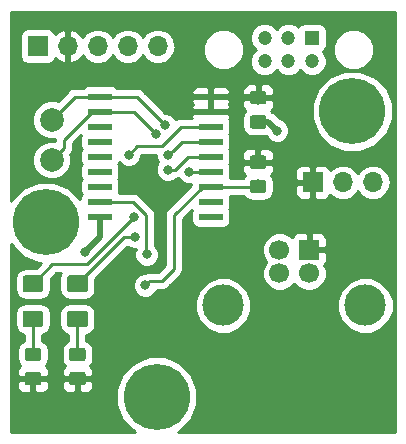
<source format=gtl>
G04 #@! TF.GenerationSoftware,KiCad,Pcbnew,5.0.1*
G04 #@! TF.CreationDate,2018-10-31T11:08:41-04:00*
G04 #@! TF.ProjectId,usbdbg,7573626462672E6B696361645F706362,rev?*
G04 #@! TF.SameCoordinates,Original*
G04 #@! TF.FileFunction,Copper,L1,Top,Signal*
G04 #@! TF.FilePolarity,Positive*
%FSLAX46Y46*%
G04 Gerber Fmt 4.6, Leading zero omitted, Abs format (unit mm)*
G04 Created by KiCad (PCBNEW 5.0.1) date Wed 31 Oct 2018 11:08:41 AM EDT*
%MOMM*%
%LPD*%
G01*
G04 APERTURE LIST*
G04 #@! TA.AperFunction,ComponentPad*
%ADD10R,1.700000X1.700000*%
G04 #@! TD*
G04 #@! TA.AperFunction,ComponentPad*
%ADD11C,1.700000*%
G04 #@! TD*
G04 #@! TA.AperFunction,ComponentPad*
%ADD12C,3.500000*%
G04 #@! TD*
G04 #@! TA.AperFunction,ComponentPad*
%ADD13C,5.600000*%
G04 #@! TD*
G04 #@! TA.AperFunction,Conductor*
%ADD14C,0.100000*%
G04 #@! TD*
G04 #@! TA.AperFunction,SMDPad,CuDef*
%ADD15C,1.150000*%
G04 #@! TD*
G04 #@! TA.AperFunction,SMDPad,CuDef*
%ADD16C,1.425000*%
G04 #@! TD*
G04 #@! TA.AperFunction,ComponentPad*
%ADD17O,1.700000X1.700000*%
G04 #@! TD*
G04 #@! TA.AperFunction,ComponentPad*
%ADD18C,2.000000*%
G04 #@! TD*
G04 #@! TA.AperFunction,SMDPad,CuDef*
%ADD19R,2.000000X0.600000*%
G04 #@! TD*
G04 #@! TA.AperFunction,ComponentPad*
%ADD20C,1.200000*%
G04 #@! TD*
G04 #@! TA.AperFunction,ComponentPad*
%ADD21R,1.200000X1.200000*%
G04 #@! TD*
G04 #@! TA.AperFunction,ViaPad*
%ADD22C,0.800000*%
G04 #@! TD*
G04 #@! TA.AperFunction,Conductor*
%ADD23C,0.254000*%
G04 #@! TD*
G04 #@! TA.AperFunction,Conductor*
%ADD24C,0.508000*%
G04 #@! TD*
G04 APERTURE END LIST*
D10*
G04 #@! TO.P,J1,1*
G04 #@! TO.N,+5V*
X170950000Y-122850000D03*
D11*
G04 #@! TO.P,J1,2*
G04 #@! TO.N,/USB_D-*
X168450000Y-122850000D03*
G04 #@! TO.P,J1,3*
G04 #@! TO.N,/USB_D+*
X168450000Y-124850000D03*
G04 #@! TO.P,J1,4*
G04 #@! TO.N,GND*
X170950000Y-124850000D03*
D12*
G04 #@! TO.P,J1,5*
X175720000Y-127560000D03*
X163680000Y-127560000D03*
G04 #@! TD*
D13*
G04 #@! TO.P,REF\002A\002A,1*
G04 #@! TO.N,N/C*
X148691600Y-120523000D03*
G04 #@! TD*
G04 #@! TO.P,REF\002A\002A,1*
G04 #@! TO.N,N/C*
X174625000Y-111125000D03*
G04 #@! TD*
D14*
G04 #@! TO.N,+5V*
G04 #@! TO.C,C4*
G36*
X167123905Y-109390204D02*
X167148173Y-109393804D01*
X167171972Y-109399765D01*
X167195071Y-109408030D01*
X167217250Y-109418520D01*
X167238293Y-109431132D01*
X167257999Y-109445747D01*
X167276177Y-109462223D01*
X167292653Y-109480401D01*
X167307268Y-109500107D01*
X167319880Y-109521150D01*
X167330370Y-109543329D01*
X167338635Y-109566428D01*
X167344596Y-109590227D01*
X167348196Y-109614495D01*
X167349400Y-109638999D01*
X167349400Y-110289001D01*
X167348196Y-110313505D01*
X167344596Y-110337773D01*
X167338635Y-110361572D01*
X167330370Y-110384671D01*
X167319880Y-110406850D01*
X167307268Y-110427893D01*
X167292653Y-110447599D01*
X167276177Y-110465777D01*
X167257999Y-110482253D01*
X167238293Y-110496868D01*
X167217250Y-110509480D01*
X167195071Y-110519970D01*
X167171972Y-110528235D01*
X167148173Y-110534196D01*
X167123905Y-110537796D01*
X167099401Y-110539000D01*
X166199399Y-110539000D01*
X166174895Y-110537796D01*
X166150627Y-110534196D01*
X166126828Y-110528235D01*
X166103729Y-110519970D01*
X166081550Y-110509480D01*
X166060507Y-110496868D01*
X166040801Y-110482253D01*
X166022623Y-110465777D01*
X166006147Y-110447599D01*
X165991532Y-110427893D01*
X165978920Y-110406850D01*
X165968430Y-110384671D01*
X165960165Y-110361572D01*
X165954204Y-110337773D01*
X165950604Y-110313505D01*
X165949400Y-110289001D01*
X165949400Y-109638999D01*
X165950604Y-109614495D01*
X165954204Y-109590227D01*
X165960165Y-109566428D01*
X165968430Y-109543329D01*
X165978920Y-109521150D01*
X165991532Y-109500107D01*
X166006147Y-109480401D01*
X166022623Y-109462223D01*
X166040801Y-109445747D01*
X166060507Y-109431132D01*
X166081550Y-109418520D01*
X166103729Y-109408030D01*
X166126828Y-109399765D01*
X166150627Y-109393804D01*
X166174895Y-109390204D01*
X166199399Y-109389000D01*
X167099401Y-109389000D01*
X167123905Y-109390204D01*
X167123905Y-109390204D01*
G37*
D15*
G04 #@! TD*
G04 #@! TO.P,C4,1*
G04 #@! TO.N,+5V*
X166649400Y-109964000D03*
D14*
G04 #@! TO.N,GND*
G04 #@! TO.C,C4*
G36*
X167123905Y-111440204D02*
X167148173Y-111443804D01*
X167171972Y-111449765D01*
X167195071Y-111458030D01*
X167217250Y-111468520D01*
X167238293Y-111481132D01*
X167257999Y-111495747D01*
X167276177Y-111512223D01*
X167292653Y-111530401D01*
X167307268Y-111550107D01*
X167319880Y-111571150D01*
X167330370Y-111593329D01*
X167338635Y-111616428D01*
X167344596Y-111640227D01*
X167348196Y-111664495D01*
X167349400Y-111688999D01*
X167349400Y-112339001D01*
X167348196Y-112363505D01*
X167344596Y-112387773D01*
X167338635Y-112411572D01*
X167330370Y-112434671D01*
X167319880Y-112456850D01*
X167307268Y-112477893D01*
X167292653Y-112497599D01*
X167276177Y-112515777D01*
X167257999Y-112532253D01*
X167238293Y-112546868D01*
X167217250Y-112559480D01*
X167195071Y-112569970D01*
X167171972Y-112578235D01*
X167148173Y-112584196D01*
X167123905Y-112587796D01*
X167099401Y-112589000D01*
X166199399Y-112589000D01*
X166174895Y-112587796D01*
X166150627Y-112584196D01*
X166126828Y-112578235D01*
X166103729Y-112569970D01*
X166081550Y-112559480D01*
X166060507Y-112546868D01*
X166040801Y-112532253D01*
X166022623Y-112515777D01*
X166006147Y-112497599D01*
X165991532Y-112477893D01*
X165978920Y-112456850D01*
X165968430Y-112434671D01*
X165960165Y-112411572D01*
X165954204Y-112387773D01*
X165950604Y-112363505D01*
X165949400Y-112339001D01*
X165949400Y-111688999D01*
X165950604Y-111664495D01*
X165954204Y-111640227D01*
X165960165Y-111616428D01*
X165968430Y-111593329D01*
X165978920Y-111571150D01*
X165991532Y-111550107D01*
X166006147Y-111530401D01*
X166022623Y-111512223D01*
X166040801Y-111495747D01*
X166060507Y-111481132D01*
X166081550Y-111468520D01*
X166103729Y-111458030D01*
X166126828Y-111449765D01*
X166150627Y-111443804D01*
X166174895Y-111440204D01*
X166199399Y-111439000D01*
X167099401Y-111439000D01*
X167123905Y-111440204D01*
X167123905Y-111440204D01*
G37*
D15*
G04 #@! TD*
G04 #@! TO.P,C4,2*
G04 #@! TO.N,GND*
X166649400Y-112014000D03*
D14*
G04 #@! TO.N,Net-(D1-Pad1)*
G04 #@! TO.C,D1*
G36*
X148228304Y-125012904D02*
X148252573Y-125016504D01*
X148276371Y-125022465D01*
X148299471Y-125030730D01*
X148321649Y-125041220D01*
X148342693Y-125053833D01*
X148362398Y-125068447D01*
X148380577Y-125084923D01*
X148397053Y-125103102D01*
X148411667Y-125122807D01*
X148424280Y-125143851D01*
X148434770Y-125166029D01*
X148443035Y-125189129D01*
X148448996Y-125212927D01*
X148452596Y-125237196D01*
X148453800Y-125261700D01*
X148453800Y-126186700D01*
X148452596Y-126211204D01*
X148448996Y-126235473D01*
X148443035Y-126259271D01*
X148434770Y-126282371D01*
X148424280Y-126304549D01*
X148411667Y-126325593D01*
X148397053Y-126345298D01*
X148380577Y-126363477D01*
X148362398Y-126379953D01*
X148342693Y-126394567D01*
X148321649Y-126407180D01*
X148299471Y-126417670D01*
X148276371Y-126425935D01*
X148252573Y-126431896D01*
X148228304Y-126435496D01*
X148203800Y-126436700D01*
X146953800Y-126436700D01*
X146929296Y-126435496D01*
X146905027Y-126431896D01*
X146881229Y-126425935D01*
X146858129Y-126417670D01*
X146835951Y-126407180D01*
X146814907Y-126394567D01*
X146795202Y-126379953D01*
X146777023Y-126363477D01*
X146760547Y-126345298D01*
X146745933Y-126325593D01*
X146733320Y-126304549D01*
X146722830Y-126282371D01*
X146714565Y-126259271D01*
X146708604Y-126235473D01*
X146705004Y-126211204D01*
X146703800Y-126186700D01*
X146703800Y-125261700D01*
X146705004Y-125237196D01*
X146708604Y-125212927D01*
X146714565Y-125189129D01*
X146722830Y-125166029D01*
X146733320Y-125143851D01*
X146745933Y-125122807D01*
X146760547Y-125103102D01*
X146777023Y-125084923D01*
X146795202Y-125068447D01*
X146814907Y-125053833D01*
X146835951Y-125041220D01*
X146858129Y-125030730D01*
X146881229Y-125022465D01*
X146905027Y-125016504D01*
X146929296Y-125012904D01*
X146953800Y-125011700D01*
X148203800Y-125011700D01*
X148228304Y-125012904D01*
X148228304Y-125012904D01*
G37*
D16*
G04 #@! TD*
G04 #@! TO.P,D1,1*
G04 #@! TO.N,Net-(D1-Pad1)*
X147578800Y-125724200D03*
D14*
G04 #@! TO.N,Net-(D1-Pad2)*
G04 #@! TO.C,D1*
G36*
X148228304Y-127987904D02*
X148252573Y-127991504D01*
X148276371Y-127997465D01*
X148299471Y-128005730D01*
X148321649Y-128016220D01*
X148342693Y-128028833D01*
X148362398Y-128043447D01*
X148380577Y-128059923D01*
X148397053Y-128078102D01*
X148411667Y-128097807D01*
X148424280Y-128118851D01*
X148434770Y-128141029D01*
X148443035Y-128164129D01*
X148448996Y-128187927D01*
X148452596Y-128212196D01*
X148453800Y-128236700D01*
X148453800Y-129161700D01*
X148452596Y-129186204D01*
X148448996Y-129210473D01*
X148443035Y-129234271D01*
X148434770Y-129257371D01*
X148424280Y-129279549D01*
X148411667Y-129300593D01*
X148397053Y-129320298D01*
X148380577Y-129338477D01*
X148362398Y-129354953D01*
X148342693Y-129369567D01*
X148321649Y-129382180D01*
X148299471Y-129392670D01*
X148276371Y-129400935D01*
X148252573Y-129406896D01*
X148228304Y-129410496D01*
X148203800Y-129411700D01*
X146953800Y-129411700D01*
X146929296Y-129410496D01*
X146905027Y-129406896D01*
X146881229Y-129400935D01*
X146858129Y-129392670D01*
X146835951Y-129382180D01*
X146814907Y-129369567D01*
X146795202Y-129354953D01*
X146777023Y-129338477D01*
X146760547Y-129320298D01*
X146745933Y-129300593D01*
X146733320Y-129279549D01*
X146722830Y-129257371D01*
X146714565Y-129234271D01*
X146708604Y-129210473D01*
X146705004Y-129186204D01*
X146703800Y-129161700D01*
X146703800Y-128236700D01*
X146705004Y-128212196D01*
X146708604Y-128187927D01*
X146714565Y-128164129D01*
X146722830Y-128141029D01*
X146733320Y-128118851D01*
X146745933Y-128097807D01*
X146760547Y-128078102D01*
X146777023Y-128059923D01*
X146795202Y-128043447D01*
X146814907Y-128028833D01*
X146835951Y-128016220D01*
X146858129Y-128005730D01*
X146881229Y-127997465D01*
X146905027Y-127991504D01*
X146929296Y-127987904D01*
X146953800Y-127986700D01*
X148203800Y-127986700D01*
X148228304Y-127987904D01*
X148228304Y-127987904D01*
G37*
D16*
G04 #@! TD*
G04 #@! TO.P,D1,2*
G04 #@! TO.N,Net-(D1-Pad2)*
X147578800Y-128699200D03*
D14*
G04 #@! TO.N,Net-(D2-Pad2)*
G04 #@! TO.C,D2*
G36*
X151995104Y-127988704D02*
X152019373Y-127992304D01*
X152043171Y-127998265D01*
X152066271Y-128006530D01*
X152088449Y-128017020D01*
X152109493Y-128029633D01*
X152129198Y-128044247D01*
X152147377Y-128060723D01*
X152163853Y-128078902D01*
X152178467Y-128098607D01*
X152191080Y-128119651D01*
X152201570Y-128141829D01*
X152209835Y-128164929D01*
X152215796Y-128188727D01*
X152219396Y-128212996D01*
X152220600Y-128237500D01*
X152220600Y-129162500D01*
X152219396Y-129187004D01*
X152215796Y-129211273D01*
X152209835Y-129235071D01*
X152201570Y-129258171D01*
X152191080Y-129280349D01*
X152178467Y-129301393D01*
X152163853Y-129321098D01*
X152147377Y-129339277D01*
X152129198Y-129355753D01*
X152109493Y-129370367D01*
X152088449Y-129382980D01*
X152066271Y-129393470D01*
X152043171Y-129401735D01*
X152019373Y-129407696D01*
X151995104Y-129411296D01*
X151970600Y-129412500D01*
X150720600Y-129412500D01*
X150696096Y-129411296D01*
X150671827Y-129407696D01*
X150648029Y-129401735D01*
X150624929Y-129393470D01*
X150602751Y-129382980D01*
X150581707Y-129370367D01*
X150562002Y-129355753D01*
X150543823Y-129339277D01*
X150527347Y-129321098D01*
X150512733Y-129301393D01*
X150500120Y-129280349D01*
X150489630Y-129258171D01*
X150481365Y-129235071D01*
X150475404Y-129211273D01*
X150471804Y-129187004D01*
X150470600Y-129162500D01*
X150470600Y-128237500D01*
X150471804Y-128212996D01*
X150475404Y-128188727D01*
X150481365Y-128164929D01*
X150489630Y-128141829D01*
X150500120Y-128119651D01*
X150512733Y-128098607D01*
X150527347Y-128078902D01*
X150543823Y-128060723D01*
X150562002Y-128044247D01*
X150581707Y-128029633D01*
X150602751Y-128017020D01*
X150624929Y-128006530D01*
X150648029Y-127998265D01*
X150671827Y-127992304D01*
X150696096Y-127988704D01*
X150720600Y-127987500D01*
X151970600Y-127987500D01*
X151995104Y-127988704D01*
X151995104Y-127988704D01*
G37*
D16*
G04 #@! TD*
G04 #@! TO.P,D2,2*
G04 #@! TO.N,Net-(D2-Pad2)*
X151345600Y-128700000D03*
D14*
G04 #@! TO.N,Net-(D2-Pad1)*
G04 #@! TO.C,D2*
G36*
X151995104Y-125013704D02*
X152019373Y-125017304D01*
X152043171Y-125023265D01*
X152066271Y-125031530D01*
X152088449Y-125042020D01*
X152109493Y-125054633D01*
X152129198Y-125069247D01*
X152147377Y-125085723D01*
X152163853Y-125103902D01*
X152178467Y-125123607D01*
X152191080Y-125144651D01*
X152201570Y-125166829D01*
X152209835Y-125189929D01*
X152215796Y-125213727D01*
X152219396Y-125237996D01*
X152220600Y-125262500D01*
X152220600Y-126187500D01*
X152219396Y-126212004D01*
X152215796Y-126236273D01*
X152209835Y-126260071D01*
X152201570Y-126283171D01*
X152191080Y-126305349D01*
X152178467Y-126326393D01*
X152163853Y-126346098D01*
X152147377Y-126364277D01*
X152129198Y-126380753D01*
X152109493Y-126395367D01*
X152088449Y-126407980D01*
X152066271Y-126418470D01*
X152043171Y-126426735D01*
X152019373Y-126432696D01*
X151995104Y-126436296D01*
X151970600Y-126437500D01*
X150720600Y-126437500D01*
X150696096Y-126436296D01*
X150671827Y-126432696D01*
X150648029Y-126426735D01*
X150624929Y-126418470D01*
X150602751Y-126407980D01*
X150581707Y-126395367D01*
X150562002Y-126380753D01*
X150543823Y-126364277D01*
X150527347Y-126346098D01*
X150512733Y-126326393D01*
X150500120Y-126305349D01*
X150489630Y-126283171D01*
X150481365Y-126260071D01*
X150475404Y-126236273D01*
X150471804Y-126212004D01*
X150470600Y-126187500D01*
X150470600Y-125262500D01*
X150471804Y-125237996D01*
X150475404Y-125213727D01*
X150481365Y-125189929D01*
X150489630Y-125166829D01*
X150500120Y-125144651D01*
X150512733Y-125123607D01*
X150527347Y-125103902D01*
X150543823Y-125085723D01*
X150562002Y-125069247D01*
X150581707Y-125054633D01*
X150602751Y-125042020D01*
X150624929Y-125031530D01*
X150648029Y-125023265D01*
X150671827Y-125017304D01*
X150696096Y-125013704D01*
X150720600Y-125012500D01*
X151970600Y-125012500D01*
X151995104Y-125013704D01*
X151995104Y-125013704D01*
G37*
D16*
G04 #@! TD*
G04 #@! TO.P,D2,1*
G04 #@! TO.N,Net-(D2-Pad1)*
X151345600Y-125725000D03*
D10*
G04 #@! TO.P,J2,1*
G04 #@! TO.N,/~MCLR*
X147980000Y-105600000D03*
D17*
G04 #@! TO.P,J2,2*
G04 #@! TO.N,+5V*
X150520000Y-105600000D03*
G04 #@! TO.P,J2,3*
G04 #@! TO.N,GND*
X153060000Y-105600000D03*
G04 #@! TO.P,J2,4*
G04 #@! TO.N,/ICSPDAT*
X155600000Y-105600000D03*
G04 #@! TO.P,J2,5*
G04 #@! TO.N,/ICSPCLK*
X158140000Y-105600000D03*
G04 #@! TD*
D14*
G04 #@! TO.N,Net-(D1-Pad2)*
G04 #@! TO.C,R3*
G36*
X148053305Y-131125404D02*
X148077573Y-131129004D01*
X148101372Y-131134965D01*
X148124471Y-131143230D01*
X148146650Y-131153720D01*
X148167693Y-131166332D01*
X148187399Y-131180947D01*
X148205577Y-131197423D01*
X148222053Y-131215601D01*
X148236668Y-131235307D01*
X148249280Y-131256350D01*
X148259770Y-131278529D01*
X148268035Y-131301628D01*
X148273996Y-131325427D01*
X148277596Y-131349695D01*
X148278800Y-131374199D01*
X148278800Y-132024201D01*
X148277596Y-132048705D01*
X148273996Y-132072973D01*
X148268035Y-132096772D01*
X148259770Y-132119871D01*
X148249280Y-132142050D01*
X148236668Y-132163093D01*
X148222053Y-132182799D01*
X148205577Y-132200977D01*
X148187399Y-132217453D01*
X148167693Y-132232068D01*
X148146650Y-132244680D01*
X148124471Y-132255170D01*
X148101372Y-132263435D01*
X148077573Y-132269396D01*
X148053305Y-132272996D01*
X148028801Y-132274200D01*
X147128799Y-132274200D01*
X147104295Y-132272996D01*
X147080027Y-132269396D01*
X147056228Y-132263435D01*
X147033129Y-132255170D01*
X147010950Y-132244680D01*
X146989907Y-132232068D01*
X146970201Y-132217453D01*
X146952023Y-132200977D01*
X146935547Y-132182799D01*
X146920932Y-132163093D01*
X146908320Y-132142050D01*
X146897830Y-132119871D01*
X146889565Y-132096772D01*
X146883604Y-132072973D01*
X146880004Y-132048705D01*
X146878800Y-132024201D01*
X146878800Y-131374199D01*
X146880004Y-131349695D01*
X146883604Y-131325427D01*
X146889565Y-131301628D01*
X146897830Y-131278529D01*
X146908320Y-131256350D01*
X146920932Y-131235307D01*
X146935547Y-131215601D01*
X146952023Y-131197423D01*
X146970201Y-131180947D01*
X146989907Y-131166332D01*
X147010950Y-131153720D01*
X147033129Y-131143230D01*
X147056228Y-131134965D01*
X147080027Y-131129004D01*
X147104295Y-131125404D01*
X147128799Y-131124200D01*
X148028801Y-131124200D01*
X148053305Y-131125404D01*
X148053305Y-131125404D01*
G37*
D15*
G04 #@! TD*
G04 #@! TO.P,R3,1*
G04 #@! TO.N,Net-(D1-Pad2)*
X147578800Y-131699200D03*
D14*
G04 #@! TO.N,+5V*
G04 #@! TO.C,R3*
G36*
X148053305Y-133175404D02*
X148077573Y-133179004D01*
X148101372Y-133184965D01*
X148124471Y-133193230D01*
X148146650Y-133203720D01*
X148167693Y-133216332D01*
X148187399Y-133230947D01*
X148205577Y-133247423D01*
X148222053Y-133265601D01*
X148236668Y-133285307D01*
X148249280Y-133306350D01*
X148259770Y-133328529D01*
X148268035Y-133351628D01*
X148273996Y-133375427D01*
X148277596Y-133399695D01*
X148278800Y-133424199D01*
X148278800Y-134074201D01*
X148277596Y-134098705D01*
X148273996Y-134122973D01*
X148268035Y-134146772D01*
X148259770Y-134169871D01*
X148249280Y-134192050D01*
X148236668Y-134213093D01*
X148222053Y-134232799D01*
X148205577Y-134250977D01*
X148187399Y-134267453D01*
X148167693Y-134282068D01*
X148146650Y-134294680D01*
X148124471Y-134305170D01*
X148101372Y-134313435D01*
X148077573Y-134319396D01*
X148053305Y-134322996D01*
X148028801Y-134324200D01*
X147128799Y-134324200D01*
X147104295Y-134322996D01*
X147080027Y-134319396D01*
X147056228Y-134313435D01*
X147033129Y-134305170D01*
X147010950Y-134294680D01*
X146989907Y-134282068D01*
X146970201Y-134267453D01*
X146952023Y-134250977D01*
X146935547Y-134232799D01*
X146920932Y-134213093D01*
X146908320Y-134192050D01*
X146897830Y-134169871D01*
X146889565Y-134146772D01*
X146883604Y-134122973D01*
X146880004Y-134098705D01*
X146878800Y-134074201D01*
X146878800Y-133424199D01*
X146880004Y-133399695D01*
X146883604Y-133375427D01*
X146889565Y-133351628D01*
X146897830Y-133328529D01*
X146908320Y-133306350D01*
X146920932Y-133285307D01*
X146935547Y-133265601D01*
X146952023Y-133247423D01*
X146970201Y-133230947D01*
X146989907Y-133216332D01*
X147010950Y-133203720D01*
X147033129Y-133193230D01*
X147056228Y-133184965D01*
X147080027Y-133179004D01*
X147104295Y-133175404D01*
X147128799Y-133174200D01*
X148028801Y-133174200D01*
X148053305Y-133175404D01*
X148053305Y-133175404D01*
G37*
D15*
G04 #@! TD*
G04 #@! TO.P,R3,2*
G04 #@! TO.N,+5V*
X147578800Y-133749200D03*
D14*
G04 #@! TO.N,Net-(D2-Pad2)*
G04 #@! TO.C,R4*
G36*
X151820105Y-131126204D02*
X151844373Y-131129804D01*
X151868172Y-131135765D01*
X151891271Y-131144030D01*
X151913450Y-131154520D01*
X151934493Y-131167132D01*
X151954199Y-131181747D01*
X151972377Y-131198223D01*
X151988853Y-131216401D01*
X152003468Y-131236107D01*
X152016080Y-131257150D01*
X152026570Y-131279329D01*
X152034835Y-131302428D01*
X152040796Y-131326227D01*
X152044396Y-131350495D01*
X152045600Y-131374999D01*
X152045600Y-132025001D01*
X152044396Y-132049505D01*
X152040796Y-132073773D01*
X152034835Y-132097572D01*
X152026570Y-132120671D01*
X152016080Y-132142850D01*
X152003468Y-132163893D01*
X151988853Y-132183599D01*
X151972377Y-132201777D01*
X151954199Y-132218253D01*
X151934493Y-132232868D01*
X151913450Y-132245480D01*
X151891271Y-132255970D01*
X151868172Y-132264235D01*
X151844373Y-132270196D01*
X151820105Y-132273796D01*
X151795601Y-132275000D01*
X150895599Y-132275000D01*
X150871095Y-132273796D01*
X150846827Y-132270196D01*
X150823028Y-132264235D01*
X150799929Y-132255970D01*
X150777750Y-132245480D01*
X150756707Y-132232868D01*
X150737001Y-132218253D01*
X150718823Y-132201777D01*
X150702347Y-132183599D01*
X150687732Y-132163893D01*
X150675120Y-132142850D01*
X150664630Y-132120671D01*
X150656365Y-132097572D01*
X150650404Y-132073773D01*
X150646804Y-132049505D01*
X150645600Y-132025001D01*
X150645600Y-131374999D01*
X150646804Y-131350495D01*
X150650404Y-131326227D01*
X150656365Y-131302428D01*
X150664630Y-131279329D01*
X150675120Y-131257150D01*
X150687732Y-131236107D01*
X150702347Y-131216401D01*
X150718823Y-131198223D01*
X150737001Y-131181747D01*
X150756707Y-131167132D01*
X150777750Y-131154520D01*
X150799929Y-131144030D01*
X150823028Y-131135765D01*
X150846827Y-131129804D01*
X150871095Y-131126204D01*
X150895599Y-131125000D01*
X151795601Y-131125000D01*
X151820105Y-131126204D01*
X151820105Y-131126204D01*
G37*
D15*
G04 #@! TD*
G04 #@! TO.P,R4,2*
G04 #@! TO.N,Net-(D2-Pad2)*
X151345600Y-131700000D03*
D14*
G04 #@! TO.N,+5V*
G04 #@! TO.C,R4*
G36*
X151820105Y-133176204D02*
X151844373Y-133179804D01*
X151868172Y-133185765D01*
X151891271Y-133194030D01*
X151913450Y-133204520D01*
X151934493Y-133217132D01*
X151954199Y-133231747D01*
X151972377Y-133248223D01*
X151988853Y-133266401D01*
X152003468Y-133286107D01*
X152016080Y-133307150D01*
X152026570Y-133329329D01*
X152034835Y-133352428D01*
X152040796Y-133376227D01*
X152044396Y-133400495D01*
X152045600Y-133424999D01*
X152045600Y-134075001D01*
X152044396Y-134099505D01*
X152040796Y-134123773D01*
X152034835Y-134147572D01*
X152026570Y-134170671D01*
X152016080Y-134192850D01*
X152003468Y-134213893D01*
X151988853Y-134233599D01*
X151972377Y-134251777D01*
X151954199Y-134268253D01*
X151934493Y-134282868D01*
X151913450Y-134295480D01*
X151891271Y-134305970D01*
X151868172Y-134314235D01*
X151844373Y-134320196D01*
X151820105Y-134323796D01*
X151795601Y-134325000D01*
X150895599Y-134325000D01*
X150871095Y-134323796D01*
X150846827Y-134320196D01*
X150823028Y-134314235D01*
X150799929Y-134305970D01*
X150777750Y-134295480D01*
X150756707Y-134282868D01*
X150737001Y-134268253D01*
X150718823Y-134251777D01*
X150702347Y-134233599D01*
X150687732Y-134213893D01*
X150675120Y-134192850D01*
X150664630Y-134170671D01*
X150656365Y-134147572D01*
X150650404Y-134123773D01*
X150646804Y-134099505D01*
X150645600Y-134075001D01*
X150645600Y-133424999D01*
X150646804Y-133400495D01*
X150650404Y-133376227D01*
X150656365Y-133352428D01*
X150664630Y-133329329D01*
X150675120Y-133307150D01*
X150687732Y-133286107D01*
X150702347Y-133266401D01*
X150718823Y-133248223D01*
X150737001Y-133231747D01*
X150756707Y-133217132D01*
X150777750Y-133204520D01*
X150799929Y-133194030D01*
X150823028Y-133185765D01*
X150846827Y-133179804D01*
X150871095Y-133176204D01*
X150895599Y-133175000D01*
X151795601Y-133175000D01*
X151820105Y-133176204D01*
X151820105Y-133176204D01*
G37*
D15*
G04 #@! TD*
G04 #@! TO.P,R4,1*
G04 #@! TO.N,+5V*
X151345600Y-133750000D03*
D14*
G04 #@! TO.N,/CAN_INT*
G04 #@! TO.C,R5*
G36*
X167098505Y-116901204D02*
X167122773Y-116904804D01*
X167146572Y-116910765D01*
X167169671Y-116919030D01*
X167191850Y-116929520D01*
X167212893Y-116942132D01*
X167232599Y-116956747D01*
X167250777Y-116973223D01*
X167267253Y-116991401D01*
X167281868Y-117011107D01*
X167294480Y-117032150D01*
X167304970Y-117054329D01*
X167313235Y-117077428D01*
X167319196Y-117101227D01*
X167322796Y-117125495D01*
X167324000Y-117149999D01*
X167324000Y-117800001D01*
X167322796Y-117824505D01*
X167319196Y-117848773D01*
X167313235Y-117872572D01*
X167304970Y-117895671D01*
X167294480Y-117917850D01*
X167281868Y-117938893D01*
X167267253Y-117958599D01*
X167250777Y-117976777D01*
X167232599Y-117993253D01*
X167212893Y-118007868D01*
X167191850Y-118020480D01*
X167169671Y-118030970D01*
X167146572Y-118039235D01*
X167122773Y-118045196D01*
X167098505Y-118048796D01*
X167074001Y-118050000D01*
X166173999Y-118050000D01*
X166149495Y-118048796D01*
X166125227Y-118045196D01*
X166101428Y-118039235D01*
X166078329Y-118030970D01*
X166056150Y-118020480D01*
X166035107Y-118007868D01*
X166015401Y-117993253D01*
X165997223Y-117976777D01*
X165980747Y-117958599D01*
X165966132Y-117938893D01*
X165953520Y-117917850D01*
X165943030Y-117895671D01*
X165934765Y-117872572D01*
X165928804Y-117848773D01*
X165925204Y-117824505D01*
X165924000Y-117800001D01*
X165924000Y-117149999D01*
X165925204Y-117125495D01*
X165928804Y-117101227D01*
X165934765Y-117077428D01*
X165943030Y-117054329D01*
X165953520Y-117032150D01*
X165966132Y-117011107D01*
X165980747Y-116991401D01*
X165997223Y-116973223D01*
X166015401Y-116956747D01*
X166035107Y-116942132D01*
X166056150Y-116929520D01*
X166078329Y-116919030D01*
X166101428Y-116910765D01*
X166125227Y-116904804D01*
X166149495Y-116901204D01*
X166173999Y-116900000D01*
X167074001Y-116900000D01*
X167098505Y-116901204D01*
X167098505Y-116901204D01*
G37*
D15*
G04 #@! TD*
G04 #@! TO.P,R5,2*
G04 #@! TO.N,/CAN_INT*
X166624000Y-117475000D03*
D14*
G04 #@! TO.N,+5V*
G04 #@! TO.C,R5*
G36*
X167098505Y-114851204D02*
X167122773Y-114854804D01*
X167146572Y-114860765D01*
X167169671Y-114869030D01*
X167191850Y-114879520D01*
X167212893Y-114892132D01*
X167232599Y-114906747D01*
X167250777Y-114923223D01*
X167267253Y-114941401D01*
X167281868Y-114961107D01*
X167294480Y-114982150D01*
X167304970Y-115004329D01*
X167313235Y-115027428D01*
X167319196Y-115051227D01*
X167322796Y-115075495D01*
X167324000Y-115099999D01*
X167324000Y-115750001D01*
X167322796Y-115774505D01*
X167319196Y-115798773D01*
X167313235Y-115822572D01*
X167304970Y-115845671D01*
X167294480Y-115867850D01*
X167281868Y-115888893D01*
X167267253Y-115908599D01*
X167250777Y-115926777D01*
X167232599Y-115943253D01*
X167212893Y-115957868D01*
X167191850Y-115970480D01*
X167169671Y-115980970D01*
X167146572Y-115989235D01*
X167122773Y-115995196D01*
X167098505Y-115998796D01*
X167074001Y-116000000D01*
X166173999Y-116000000D01*
X166149495Y-115998796D01*
X166125227Y-115995196D01*
X166101428Y-115989235D01*
X166078329Y-115980970D01*
X166056150Y-115970480D01*
X166035107Y-115957868D01*
X166015401Y-115943253D01*
X165997223Y-115926777D01*
X165980747Y-115908599D01*
X165966132Y-115888893D01*
X165953520Y-115867850D01*
X165943030Y-115845671D01*
X165934765Y-115822572D01*
X165928804Y-115798773D01*
X165925204Y-115774505D01*
X165924000Y-115750001D01*
X165924000Y-115099999D01*
X165925204Y-115075495D01*
X165928804Y-115051227D01*
X165934765Y-115027428D01*
X165943030Y-115004329D01*
X165953520Y-114982150D01*
X165966132Y-114961107D01*
X165980747Y-114941401D01*
X165997223Y-114923223D01*
X166015401Y-114906747D01*
X166035107Y-114892132D01*
X166056150Y-114879520D01*
X166078329Y-114869030D01*
X166101428Y-114860765D01*
X166125227Y-114854804D01*
X166149495Y-114851204D01*
X166173999Y-114850000D01*
X167074001Y-114850000D01*
X167098505Y-114851204D01*
X167098505Y-114851204D01*
G37*
D15*
G04 #@! TD*
G04 #@! TO.P,R5,1*
G04 #@! TO.N,+5V*
X166624000Y-115425000D03*
D18*
G04 #@! TO.P,TP1,1*
G04 #@! TO.N,Net-(TP1-Pad1)*
X149174200Y-111836200D03*
G04 #@! TD*
G04 #@! TO.P,TP2,1*
G04 #@! TO.N,Net-(TP2-Pad1)*
X149174200Y-115239800D03*
G04 #@! TD*
D19*
G04 #@! TO.P,U3,1*
G04 #@! TO.N,Net-(TP1-Pad1)*
X153236200Y-109880400D03*
G04 #@! TO.P,U3,2*
G04 #@! TO.N,Net-(TP2-Pad1)*
X153236200Y-111150400D03*
G04 #@! TO.P,U3,3*
G04 #@! TO.N,Net-(U3-Pad3)*
X153236200Y-112420400D03*
G04 #@! TO.P,U3,4*
G04 #@! TO.N,Net-(U3-Pad4)*
X153236200Y-113690400D03*
G04 #@! TO.P,U3,5*
G04 #@! TO.N,Net-(U3-Pad5)*
X153236200Y-114960400D03*
G04 #@! TO.P,U3,6*
G04 #@! TO.N,Net-(U3-Pad6)*
X153236200Y-116230400D03*
G04 #@! TO.P,U3,7*
G04 #@! TO.N,Net-(U3-Pad7)*
X153236200Y-117500400D03*
G04 #@! TO.P,U3,8*
G04 #@! TO.N,/CLKOUT*
X153236200Y-118770400D03*
G04 #@! TO.P,U3,9*
G04 #@! TO.N,GND*
X153236200Y-120040400D03*
G04 #@! TO.P,U3,10*
G04 #@! TO.N,Net-(U3-Pad10)*
X162636200Y-120040400D03*
G04 #@! TO.P,U3,11*
G04 #@! TO.N,Net-(U3-Pad11)*
X162636200Y-118770400D03*
G04 #@! TO.P,U3,12*
G04 #@! TO.N,/CAN_INT*
X162636200Y-117500400D03*
G04 #@! TO.P,U3,13*
G04 #@! TO.N,/ICSPDAT*
X162636200Y-116230400D03*
G04 #@! TO.P,U3,14*
G04 #@! TO.N,/MOSI*
X162636200Y-114960400D03*
G04 #@! TO.P,U3,15*
G04 #@! TO.N,/ICSPCLK*
X162636200Y-113690400D03*
G04 #@! TO.P,U3,16*
G04 #@! TO.N,/CS*
X162636200Y-112420400D03*
G04 #@! TO.P,U3,17*
G04 #@! TO.N,+5V*
X162636200Y-111150400D03*
G04 #@! TO.P,U3,18*
X162636200Y-109880400D03*
G04 #@! TD*
D10*
G04 #@! TO.P,JP1,1*
G04 #@! TO.N,+5V*
X171272200Y-117119400D03*
D17*
G04 #@! TO.P,JP1,2*
G04 #@! TO.N,Net-(J3-Pad2)*
X173812200Y-117119400D03*
G04 #@! TO.P,JP1,3*
G04 #@! TO.N,Net-(JP1-Pad3)*
X176352200Y-117119400D03*
G04 #@! TD*
D20*
G04 #@! TO.P,J3,2*
G04 #@! TO.N,Net-(J3-Pad2)*
X169200000Y-104900000D03*
D21*
G04 #@! TO.P,J3,1*
G04 #@! TO.N,Net-(J3-Pad1)*
X171200000Y-104900000D03*
D20*
G04 #@! TO.P,J3,3*
G04 #@! TO.N,GND*
X167200000Y-104900000D03*
G04 #@! TO.P,J3,6*
G04 #@! TO.N,N/C*
X167200000Y-106900000D03*
G04 #@! TO.P,J3,5*
G04 #@! TO.N,Net-(J3-Pad5)*
X169200000Y-106900000D03*
G04 #@! TO.P,J3,4*
G04 #@! TO.N,Net-(J3-Pad4)*
X171200000Y-106900000D03*
G04 #@! TD*
D13*
G04 #@! TO.P,REF\002A\002A,1*
G04 #@! TO.N,N/C*
X158050000Y-135300000D03*
G04 #@! TD*
D22*
G04 #@! TO.N,Net-(TP1-Pad1)*
X158755757Y-112288165D03*
G04 #@! TO.N,Net-(TP2-Pad1)*
X158007010Y-113030000D03*
G04 #@! TO.N,GND*
X152000000Y-123000000D03*
X168250000Y-112750000D03*
G04 #@! TO.N,/CAN_INT*
X157099000Y-125857000D03*
G04 #@! TO.N,+5V*
X165000000Y-108000000D03*
X165000000Y-113750000D03*
X154500000Y-131500000D03*
G04 #@! TO.N,/ICSPDAT*
X160782000Y-116230406D03*
G04 #@! TO.N,/MOSI*
X158997280Y-116051034D03*
G04 #@! TO.N,/ICSPCLK*
X159004002Y-114858800D03*
G04 #@! TO.N,/CS*
X155683000Y-114808000D03*
G04 #@! TO.N,/CLKOUT*
X157200600Y-123240800D03*
G04 #@! TO.N,Net-(D2-Pad1)*
X156235400Y-121767600D03*
G04 #@! TO.N,Net-(D1-Pad1)*
X156131620Y-120079557D03*
G04 #@! TD*
D23*
G04 #@! TO.N,Net-(TP1-Pad1)*
X151130000Y-109880400D02*
X153236200Y-109880400D01*
X149174200Y-111836200D02*
X151130000Y-109880400D01*
X153236200Y-109880400D02*
X156347992Y-109880400D01*
X158355758Y-111888166D02*
X158755757Y-112288165D01*
X156347992Y-109880400D02*
X158355758Y-111888166D01*
G04 #@! TO.N,Net-(TP2-Pad1)*
X152536200Y-111150400D02*
X153236200Y-111150400D01*
X150174199Y-113512401D02*
X152536200Y-111150400D01*
X150174199Y-114239801D02*
X150174199Y-113512401D01*
X149174200Y-115239800D02*
X150174199Y-114239801D01*
X157607011Y-112630001D02*
X158007010Y-113030000D01*
X156127410Y-111150400D02*
X157607011Y-112630001D01*
X153236200Y-111150400D02*
X156127410Y-111150400D01*
D24*
G04 #@! TO.N,GND*
X153236200Y-120040400D02*
X153236200Y-121763800D01*
X153236200Y-121763800D02*
X152000000Y-123000000D01*
X166649400Y-112014000D02*
X167514000Y-112014000D01*
X167514000Y-112014000D02*
X168250000Y-112750000D01*
D23*
G04 #@! TO.N,/CAN_INT*
X166598600Y-117500400D02*
X166624000Y-117475000D01*
X162636200Y-117500400D02*
X166598600Y-117500400D01*
X157498999Y-125457001D02*
X157099000Y-125857000D01*
X161936200Y-117500400D02*
X159512000Y-119924600D01*
X159512000Y-124460000D02*
X158514999Y-125457001D01*
X159512000Y-119924600D02*
X159512000Y-124460000D01*
X158514999Y-125457001D02*
X157498999Y-125457001D01*
X162636200Y-117500400D02*
X161936200Y-117500400D01*
D24*
G04 #@! TO.N,+5V*
X166565800Y-109880400D02*
X166649400Y-109964000D01*
X162636200Y-109880400D02*
X166565800Y-109880400D01*
D23*
G04 #@! TO.N,Net-(D2-Pad2)*
X151345600Y-129512500D02*
X151345600Y-131700000D01*
X151345600Y-128700000D02*
X151345600Y-129512500D01*
G04 #@! TO.N,Net-(D1-Pad2)*
X147578800Y-128699200D02*
X147578800Y-131699200D01*
G04 #@! TO.N,/ICSPDAT*
X162636200Y-116230400D02*
X160782006Y-116230400D01*
X160782006Y-116230400D02*
X160782000Y-116230406D01*
G04 #@! TO.N,/MOSI*
X159562965Y-116051034D02*
X158997280Y-116051034D01*
X160718684Y-114960400D02*
X159628050Y-116051034D01*
X162636200Y-114960400D02*
X160718684Y-114960400D01*
X159628050Y-116051034D02*
X159562965Y-116051034D01*
G04 #@! TO.N,/ICSPCLK*
X162636200Y-113690400D02*
X160172402Y-113690400D01*
X160172402Y-113690400D02*
X159404001Y-114458801D01*
X159404001Y-114458801D02*
X159004002Y-114858800D01*
G04 #@! TO.N,/CS*
X160121600Y-112420400D02*
X162636200Y-112420400D01*
X155683000Y-114808000D02*
X156413201Y-114077799D01*
X158464201Y-114077799D02*
X160121600Y-112420400D01*
X156413201Y-114077799D02*
X158464201Y-114077799D01*
G04 #@! TO.N,/CLKOUT*
X153236200Y-118770400D02*
X154490200Y-118770400D01*
X154490200Y-118770400D02*
X156032200Y-118770400D01*
X156032200Y-118770400D02*
X157175200Y-119913400D01*
X157175200Y-119913400D02*
X157175200Y-123215400D01*
X157175200Y-123215400D02*
X157200600Y-123240800D01*
G04 #@! TO.N,Net-(D2-Pad1)*
X151345600Y-125725000D02*
X155303000Y-121767600D01*
X155303000Y-121767600D02*
X156235400Y-121767600D01*
G04 #@! TO.N,Net-(D1-Pad1)*
X147578800Y-125724200D02*
X149224000Y-124079000D01*
X152132177Y-124079000D02*
X156131620Y-120079557D01*
X149224000Y-124079000D02*
X152132177Y-124079000D01*
G04 #@! TD*
G04 #@! TO.N,+5V*
G36*
X178265001Y-138265000D02*
X159867946Y-138265000D01*
X159995771Y-138212053D01*
X160962053Y-137245771D01*
X161485000Y-135983264D01*
X161485000Y-134616736D01*
X160962053Y-133354229D01*
X159995771Y-132387947D01*
X158733264Y-131865000D01*
X157366736Y-131865000D01*
X156104229Y-132387947D01*
X155137947Y-133354229D01*
X154615000Y-134616736D01*
X154615000Y-135983264D01*
X155137947Y-137245771D01*
X156104229Y-138212053D01*
X156232054Y-138265000D01*
X145735000Y-138265000D01*
X145735000Y-134034950D01*
X146243800Y-134034950D01*
X146243800Y-134450509D01*
X146340473Y-134683898D01*
X146519101Y-134862527D01*
X146752490Y-134959200D01*
X147293050Y-134959200D01*
X147451800Y-134800450D01*
X147451800Y-133876200D01*
X147705800Y-133876200D01*
X147705800Y-134800450D01*
X147864550Y-134959200D01*
X148405110Y-134959200D01*
X148638499Y-134862527D01*
X148817127Y-134683898D01*
X148913800Y-134450509D01*
X148913800Y-134035750D01*
X150010600Y-134035750D01*
X150010600Y-134451309D01*
X150107273Y-134684698D01*
X150285901Y-134863327D01*
X150519290Y-134960000D01*
X151059850Y-134960000D01*
X151218600Y-134801250D01*
X151218600Y-133877000D01*
X151472600Y-133877000D01*
X151472600Y-134801250D01*
X151631350Y-134960000D01*
X152171910Y-134960000D01*
X152405299Y-134863327D01*
X152583927Y-134684698D01*
X152680600Y-134451309D01*
X152680600Y-134035750D01*
X152521850Y-133877000D01*
X151472600Y-133877000D01*
X151218600Y-133877000D01*
X150169350Y-133877000D01*
X150010600Y-134035750D01*
X148913800Y-134035750D01*
X148913800Y-134034950D01*
X148755050Y-133876200D01*
X147705800Y-133876200D01*
X147451800Y-133876200D01*
X146402550Y-133876200D01*
X146243800Y-134034950D01*
X145735000Y-134034950D01*
X145735000Y-128236700D01*
X146056360Y-128236700D01*
X146056360Y-129161700D01*
X146124674Y-129505135D01*
X146319214Y-129796286D01*
X146610365Y-129990826D01*
X146816800Y-130031889D01*
X146816801Y-130538820D01*
X146785364Y-130545073D01*
X146494214Y-130739614D01*
X146299673Y-131030764D01*
X146231360Y-131374199D01*
X146231360Y-132024201D01*
X146299673Y-132367636D01*
X146494214Y-132658786D01*
X146495397Y-132659577D01*
X146340473Y-132814502D01*
X146243800Y-133047891D01*
X146243800Y-133463450D01*
X146402550Y-133622200D01*
X147451800Y-133622200D01*
X147451800Y-133602200D01*
X147705800Y-133602200D01*
X147705800Y-133622200D01*
X148755050Y-133622200D01*
X148913800Y-133463450D01*
X148913800Y-133047891D01*
X148817127Y-132814502D01*
X148662203Y-132659577D01*
X148663386Y-132658786D01*
X148857927Y-132367636D01*
X148926240Y-132024201D01*
X148926240Y-131374199D01*
X148857927Y-131030764D01*
X148663386Y-130739614D01*
X148372236Y-130545073D01*
X148340800Y-130538820D01*
X148340800Y-130031889D01*
X148547235Y-129990826D01*
X148838386Y-129796286D01*
X149032926Y-129505135D01*
X149101240Y-129161700D01*
X149101240Y-128237500D01*
X149823160Y-128237500D01*
X149823160Y-129162500D01*
X149891474Y-129505935D01*
X150086014Y-129797086D01*
X150377165Y-129991626D01*
X150583600Y-130032689D01*
X150583600Y-130539620D01*
X150552164Y-130545873D01*
X150261014Y-130740414D01*
X150066473Y-131031564D01*
X149998160Y-131374999D01*
X149998160Y-132025001D01*
X150066473Y-132368436D01*
X150261014Y-132659586D01*
X150262197Y-132660377D01*
X150107273Y-132815302D01*
X150010600Y-133048691D01*
X150010600Y-133464250D01*
X150169350Y-133623000D01*
X151218600Y-133623000D01*
X151218600Y-133603000D01*
X151472600Y-133603000D01*
X151472600Y-133623000D01*
X152521850Y-133623000D01*
X152680600Y-133464250D01*
X152680600Y-133048691D01*
X152583927Y-132815302D01*
X152429003Y-132660377D01*
X152430186Y-132659586D01*
X152624727Y-132368436D01*
X152693040Y-132025001D01*
X152693040Y-131374999D01*
X152624727Y-131031564D01*
X152430186Y-130740414D01*
X152139036Y-130545873D01*
X152107600Y-130539620D01*
X152107600Y-130032689D01*
X152314035Y-129991626D01*
X152605186Y-129797086D01*
X152799726Y-129505935D01*
X152868040Y-129162500D01*
X152868040Y-128237500D01*
X152799726Y-127894065D01*
X152605186Y-127602914D01*
X152314035Y-127408374D01*
X151970600Y-127340060D01*
X150720600Y-127340060D01*
X150377165Y-127408374D01*
X150086014Y-127602914D01*
X149891474Y-127894065D01*
X149823160Y-128237500D01*
X149101240Y-128237500D01*
X149101240Y-128236700D01*
X149032926Y-127893265D01*
X148838386Y-127602114D01*
X148547235Y-127407574D01*
X148203800Y-127339260D01*
X146953800Y-127339260D01*
X146610365Y-127407574D01*
X146319214Y-127602114D01*
X146124674Y-127893265D01*
X146056360Y-128236700D01*
X145735000Y-128236700D01*
X145735000Y-127085594D01*
X161295000Y-127085594D01*
X161295000Y-128034406D01*
X161658095Y-128910994D01*
X162329006Y-129581905D01*
X163205594Y-129945000D01*
X164154406Y-129945000D01*
X165030994Y-129581905D01*
X165701905Y-128910994D01*
X166065000Y-128034406D01*
X166065000Y-127085594D01*
X173335000Y-127085594D01*
X173335000Y-128034406D01*
X173698095Y-128910994D01*
X174369006Y-129581905D01*
X175245594Y-129945000D01*
X176194406Y-129945000D01*
X177070994Y-129581905D01*
X177741905Y-128910994D01*
X178105000Y-128034406D01*
X178105000Y-127085594D01*
X177741905Y-126209006D01*
X177070994Y-125538095D01*
X176194406Y-125175000D01*
X175245594Y-125175000D01*
X174369006Y-125538095D01*
X173698095Y-126209006D01*
X173335000Y-127085594D01*
X166065000Y-127085594D01*
X165701905Y-126209006D01*
X165030994Y-125538095D01*
X164154406Y-125175000D01*
X163205594Y-125175000D01*
X162329006Y-125538095D01*
X161658095Y-126209006D01*
X161295000Y-127085594D01*
X145735000Y-127085594D01*
X145735000Y-122361225D01*
X145779547Y-122468771D01*
X146745829Y-123435053D01*
X148008336Y-123958000D01*
X148267369Y-123958000D01*
X147861110Y-124364260D01*
X146953800Y-124364260D01*
X146610365Y-124432574D01*
X146319214Y-124627114D01*
X146124674Y-124918265D01*
X146056360Y-125261700D01*
X146056360Y-126186700D01*
X146124674Y-126530135D01*
X146319214Y-126821286D01*
X146610365Y-127015826D01*
X146953800Y-127084140D01*
X148203800Y-127084140D01*
X148547235Y-127015826D01*
X148838386Y-126821286D01*
X149032926Y-126530135D01*
X149101240Y-126186700D01*
X149101240Y-125279391D01*
X149539631Y-124841000D01*
X149943635Y-124841000D01*
X149891474Y-124919065D01*
X149823160Y-125262500D01*
X149823160Y-126187500D01*
X149891474Y-126530935D01*
X150086014Y-126822086D01*
X150377165Y-127016626D01*
X150720600Y-127084940D01*
X151970600Y-127084940D01*
X152314035Y-127016626D01*
X152605186Y-126822086D01*
X152799726Y-126530935D01*
X152868040Y-126187500D01*
X152868040Y-125280190D01*
X155576160Y-122572071D01*
X155649120Y-122645031D01*
X156029526Y-122802600D01*
X156261832Y-122802600D01*
X156165600Y-123034926D01*
X156165600Y-123446674D01*
X156323169Y-123827080D01*
X156614320Y-124118231D01*
X156994726Y-124275800D01*
X157406474Y-124275800D01*
X157786880Y-124118231D01*
X158078031Y-123827080D01*
X158235600Y-123446674D01*
X158235600Y-123034926D01*
X158078031Y-122654520D01*
X157937200Y-122513689D01*
X157937200Y-119988442D01*
X157952127Y-119913399D01*
X157937200Y-119838356D01*
X157937200Y-119838352D01*
X157892988Y-119616083D01*
X157724571Y-119364029D01*
X157660950Y-119321519D01*
X156624083Y-118284653D01*
X156581571Y-118221029D01*
X156329517Y-118052612D01*
X156107248Y-118008400D01*
X156107243Y-118008400D01*
X156032200Y-117993473D01*
X155957157Y-118008400D01*
X154842267Y-118008400D01*
X154883640Y-117800400D01*
X154883640Y-117200400D01*
X154834357Y-116952635D01*
X154776068Y-116865400D01*
X154834357Y-116778165D01*
X154883640Y-116530400D01*
X154883640Y-115930400D01*
X154834357Y-115682635D01*
X154776068Y-115595400D01*
X154834357Y-115508165D01*
X154848475Y-115437186D01*
X155096720Y-115685431D01*
X155477126Y-115843000D01*
X155888874Y-115843000D01*
X156269280Y-115685431D01*
X156560431Y-115394280D01*
X156718000Y-115013874D01*
X156718000Y-114850631D01*
X156728832Y-114839799D01*
X157969002Y-114839799D01*
X157969002Y-115064674D01*
X158126571Y-115445080D01*
X158133047Y-115451556D01*
X158119849Y-115464754D01*
X157962280Y-115845160D01*
X157962280Y-116256908D01*
X158119849Y-116637314D01*
X158411000Y-116928465D01*
X158791406Y-117086034D01*
X159203154Y-117086034D01*
X159583560Y-116928465D01*
X159697972Y-116814053D01*
X159703093Y-116813034D01*
X159703098Y-116813034D01*
X159887835Y-116776287D01*
X159904569Y-116816686D01*
X160195720Y-117107837D01*
X160576126Y-117265406D01*
X160987874Y-117265406D01*
X160988760Y-117265039D01*
X160988760Y-117370209D01*
X159026253Y-119332717D01*
X158962629Y-119375229D01*
X158794212Y-119627284D01*
X158750000Y-119849553D01*
X158750000Y-119849557D01*
X158735073Y-119924600D01*
X158750000Y-119999643D01*
X158750001Y-124144368D01*
X158199369Y-124695001D01*
X157574041Y-124695001D01*
X157498998Y-124680074D01*
X157423955Y-124695001D01*
X157423951Y-124695001D01*
X157201682Y-124739213D01*
X157077782Y-124822000D01*
X156893126Y-124822000D01*
X156512720Y-124979569D01*
X156221569Y-125270720D01*
X156064000Y-125651126D01*
X156064000Y-126062874D01*
X156221569Y-126443280D01*
X156512720Y-126734431D01*
X156893126Y-126892000D01*
X157304874Y-126892000D01*
X157685280Y-126734431D01*
X157976431Y-126443280D01*
X158069330Y-126219001D01*
X158439956Y-126219001D01*
X158514999Y-126233928D01*
X158590042Y-126219001D01*
X158590047Y-126219001D01*
X158812316Y-126174789D01*
X159064370Y-126006372D01*
X159106882Y-125942748D01*
X159997749Y-125051882D01*
X160061371Y-125009371D01*
X160173873Y-124841000D01*
X160229787Y-124757319D01*
X160229787Y-124757318D01*
X160229788Y-124757317D01*
X160274000Y-124535048D01*
X160274000Y-124535044D01*
X160288927Y-124460001D01*
X160274000Y-124384958D01*
X160274000Y-122554615D01*
X166965000Y-122554615D01*
X166965000Y-123145385D01*
X167191078Y-123691185D01*
X167349893Y-123850000D01*
X167191078Y-124008815D01*
X166965000Y-124554615D01*
X166965000Y-125145385D01*
X167191078Y-125691185D01*
X167608815Y-126108922D01*
X168154615Y-126335000D01*
X168745385Y-126335000D01*
X169291185Y-126108922D01*
X169700000Y-125700107D01*
X170108815Y-126108922D01*
X170654615Y-126335000D01*
X171245385Y-126335000D01*
X171791185Y-126108922D01*
X172208922Y-125691185D01*
X172435000Y-125145385D01*
X172435000Y-124554615D01*
X172261727Y-124136298D01*
X172338327Y-124059698D01*
X172435000Y-123826309D01*
X172435000Y-123135750D01*
X172276250Y-122977000D01*
X171077000Y-122977000D01*
X171077000Y-122997000D01*
X170823000Y-122997000D01*
X170823000Y-122977000D01*
X170803000Y-122977000D01*
X170803000Y-122723000D01*
X170823000Y-122723000D01*
X170823000Y-121523750D01*
X171077000Y-121523750D01*
X171077000Y-122723000D01*
X172276250Y-122723000D01*
X172435000Y-122564250D01*
X172435000Y-121873691D01*
X172338327Y-121640302D01*
X172159699Y-121461673D01*
X171926310Y-121365000D01*
X171235750Y-121365000D01*
X171077000Y-121523750D01*
X170823000Y-121523750D01*
X170664250Y-121365000D01*
X169973690Y-121365000D01*
X169740301Y-121461673D01*
X169561673Y-121640302D01*
X169496866Y-121796759D01*
X169291185Y-121591078D01*
X168745385Y-121365000D01*
X168154615Y-121365000D01*
X167608815Y-121591078D01*
X167191078Y-122008815D01*
X166965000Y-122554615D01*
X160274000Y-122554615D01*
X160274000Y-120240230D01*
X161071164Y-119443067D01*
X161038043Y-119492635D01*
X160988760Y-119740400D01*
X160988760Y-120340400D01*
X161038043Y-120588165D01*
X161178391Y-120798209D01*
X161388435Y-120938557D01*
X161636200Y-120987840D01*
X163636200Y-120987840D01*
X163883965Y-120938557D01*
X164094009Y-120798209D01*
X164234357Y-120588165D01*
X164283640Y-120340400D01*
X164283640Y-119740400D01*
X164234357Y-119492635D01*
X164176068Y-119405400D01*
X164234357Y-119318165D01*
X164283640Y-119070400D01*
X164283640Y-118470400D01*
X164242267Y-118262400D01*
X165424363Y-118262400D01*
X165539414Y-118434586D01*
X165830564Y-118629127D01*
X166173999Y-118697440D01*
X167074001Y-118697440D01*
X167417436Y-118629127D01*
X167708586Y-118434586D01*
X167903127Y-118143436D01*
X167971440Y-117800001D01*
X167971440Y-117405150D01*
X169787200Y-117405150D01*
X169787200Y-118095709D01*
X169883873Y-118329098D01*
X170062501Y-118507727D01*
X170295890Y-118604400D01*
X170986450Y-118604400D01*
X171145200Y-118445650D01*
X171145200Y-117246400D01*
X169945950Y-117246400D01*
X169787200Y-117405150D01*
X167971440Y-117405150D01*
X167971440Y-117149999D01*
X167903127Y-116806564D01*
X167708586Y-116515414D01*
X167707403Y-116514623D01*
X167862327Y-116359698D01*
X167952048Y-116143091D01*
X169787200Y-116143091D01*
X169787200Y-116833650D01*
X169945950Y-116992400D01*
X171145200Y-116992400D01*
X171145200Y-115793150D01*
X171399200Y-115793150D01*
X171399200Y-116992400D01*
X171419200Y-116992400D01*
X171419200Y-117246400D01*
X171399200Y-117246400D01*
X171399200Y-118445650D01*
X171557950Y-118604400D01*
X172248510Y-118604400D01*
X172481899Y-118507727D01*
X172660527Y-118329098D01*
X172727104Y-118168367D01*
X172741575Y-118190025D01*
X173232782Y-118518239D01*
X173665944Y-118604400D01*
X173958456Y-118604400D01*
X174391618Y-118518239D01*
X174882825Y-118190025D01*
X175082200Y-117891639D01*
X175281575Y-118190025D01*
X175772782Y-118518239D01*
X176205944Y-118604400D01*
X176498456Y-118604400D01*
X176931618Y-118518239D01*
X177422825Y-118190025D01*
X177751039Y-117698818D01*
X177866292Y-117119400D01*
X177751039Y-116539982D01*
X177422825Y-116048775D01*
X176931618Y-115720561D01*
X176498456Y-115634400D01*
X176205944Y-115634400D01*
X175772782Y-115720561D01*
X175281575Y-116048775D01*
X175082200Y-116347161D01*
X174882825Y-116048775D01*
X174391618Y-115720561D01*
X173958456Y-115634400D01*
X173665944Y-115634400D01*
X173232782Y-115720561D01*
X172741575Y-116048775D01*
X172727104Y-116070433D01*
X172660527Y-115909702D01*
X172481899Y-115731073D01*
X172248510Y-115634400D01*
X171557950Y-115634400D01*
X171399200Y-115793150D01*
X171145200Y-115793150D01*
X170986450Y-115634400D01*
X170295890Y-115634400D01*
X170062501Y-115731073D01*
X169883873Y-115909702D01*
X169787200Y-116143091D01*
X167952048Y-116143091D01*
X167959000Y-116126309D01*
X167959000Y-115710750D01*
X167800250Y-115552000D01*
X166751000Y-115552000D01*
X166751000Y-115572000D01*
X166497000Y-115572000D01*
X166497000Y-115552000D01*
X165447750Y-115552000D01*
X165289000Y-115710750D01*
X165289000Y-116126309D01*
X165385673Y-116359698D01*
X165540597Y-116514623D01*
X165539414Y-116515414D01*
X165390419Y-116738400D01*
X164242267Y-116738400D01*
X164283640Y-116530400D01*
X164283640Y-115930400D01*
X164234357Y-115682635D01*
X164176068Y-115595400D01*
X164234357Y-115508165D01*
X164283640Y-115260400D01*
X164283640Y-114723691D01*
X165289000Y-114723691D01*
X165289000Y-115139250D01*
X165447750Y-115298000D01*
X166497000Y-115298000D01*
X166497000Y-114373750D01*
X166751000Y-114373750D01*
X166751000Y-115298000D01*
X167800250Y-115298000D01*
X167959000Y-115139250D01*
X167959000Y-114723691D01*
X167862327Y-114490302D01*
X167683699Y-114311673D01*
X167450310Y-114215000D01*
X166909750Y-114215000D01*
X166751000Y-114373750D01*
X166497000Y-114373750D01*
X166338250Y-114215000D01*
X165797690Y-114215000D01*
X165564301Y-114311673D01*
X165385673Y-114490302D01*
X165289000Y-114723691D01*
X164283640Y-114723691D01*
X164283640Y-114660400D01*
X164234357Y-114412635D01*
X164176068Y-114325400D01*
X164234357Y-114238165D01*
X164283640Y-113990400D01*
X164283640Y-113390400D01*
X164234357Y-113142635D01*
X164176068Y-113055400D01*
X164234357Y-112968165D01*
X164283640Y-112720400D01*
X164283640Y-112120400D01*
X164234357Y-111872635D01*
X164181432Y-111793428D01*
X164224688Y-111688999D01*
X165301960Y-111688999D01*
X165301960Y-112339001D01*
X165370273Y-112682436D01*
X165564814Y-112973586D01*
X165855964Y-113168127D01*
X166199399Y-113236440D01*
X167099401Y-113236440D01*
X167313568Y-113193840D01*
X167372569Y-113336280D01*
X167663720Y-113627431D01*
X168044126Y-113785000D01*
X168455874Y-113785000D01*
X168836280Y-113627431D01*
X169127431Y-113336280D01*
X169285000Y-112955874D01*
X169285000Y-112544126D01*
X169127431Y-112163720D01*
X168836280Y-111872569D01*
X168483805Y-111726569D01*
X168204531Y-111447296D01*
X168154933Y-111373067D01*
X167860870Y-111176581D01*
X167808679Y-111166200D01*
X167733986Y-111054414D01*
X167732803Y-111053623D01*
X167887727Y-110898698D01*
X167984400Y-110665309D01*
X167984400Y-110441736D01*
X171190000Y-110441736D01*
X171190000Y-111808264D01*
X171712947Y-113070771D01*
X172679229Y-114037053D01*
X173941736Y-114560000D01*
X175308264Y-114560000D01*
X176570771Y-114037053D01*
X177537053Y-113070771D01*
X178060000Y-111808264D01*
X178060000Y-110441736D01*
X177537053Y-109179229D01*
X176570771Y-108212947D01*
X175308264Y-107690000D01*
X173941736Y-107690000D01*
X172679229Y-108212947D01*
X171712947Y-109179229D01*
X171190000Y-110441736D01*
X167984400Y-110441736D01*
X167984400Y-110249750D01*
X167825650Y-110091000D01*
X166776400Y-110091000D01*
X166776400Y-110111000D01*
X166522400Y-110111000D01*
X166522400Y-110091000D01*
X165473150Y-110091000D01*
X165314400Y-110249750D01*
X165314400Y-110665309D01*
X165411073Y-110898698D01*
X165565997Y-111053623D01*
X165564814Y-111054414D01*
X165370273Y-111345564D01*
X165301960Y-111688999D01*
X164224688Y-111688999D01*
X164271200Y-111576710D01*
X164271200Y-111436150D01*
X164112450Y-111277400D01*
X162763200Y-111277400D01*
X162763200Y-111297400D01*
X162509200Y-111297400D01*
X162509200Y-111277400D01*
X161159950Y-111277400D01*
X161001200Y-111436150D01*
X161001200Y-111576710D01*
X161035037Y-111658400D01*
X160196642Y-111658400D01*
X160121599Y-111643473D01*
X160046556Y-111658400D01*
X160046552Y-111658400D01*
X159824283Y-111702612D01*
X159824281Y-111702613D01*
X159824282Y-111702613D01*
X159674848Y-111802461D01*
X159633188Y-111701885D01*
X159342037Y-111410734D01*
X158961631Y-111253165D01*
X158798388Y-111253165D01*
X157711373Y-110166150D01*
X161001200Y-110166150D01*
X161001200Y-110306710D01*
X161087642Y-110515400D01*
X161001200Y-110724090D01*
X161001200Y-110864650D01*
X161159950Y-111023400D01*
X162509200Y-111023400D01*
X162509200Y-110007400D01*
X162763200Y-110007400D01*
X162763200Y-111023400D01*
X164112450Y-111023400D01*
X164271200Y-110864650D01*
X164271200Y-110724090D01*
X164184758Y-110515400D01*
X164271200Y-110306710D01*
X164271200Y-110166150D01*
X164112450Y-110007400D01*
X162763200Y-110007400D01*
X162509200Y-110007400D01*
X161159950Y-110007400D01*
X161001200Y-110166150D01*
X157711373Y-110166150D01*
X156999313Y-109454090D01*
X161001200Y-109454090D01*
X161001200Y-109594650D01*
X161159950Y-109753400D01*
X162509200Y-109753400D01*
X162509200Y-109104150D01*
X162763200Y-109104150D01*
X162763200Y-109753400D01*
X164112450Y-109753400D01*
X164271200Y-109594650D01*
X164271200Y-109454090D01*
X164191920Y-109262691D01*
X165314400Y-109262691D01*
X165314400Y-109678250D01*
X165473150Y-109837000D01*
X166522400Y-109837000D01*
X166522400Y-108912750D01*
X166776400Y-108912750D01*
X166776400Y-109837000D01*
X167825650Y-109837000D01*
X167984400Y-109678250D01*
X167984400Y-109262691D01*
X167887727Y-109029302D01*
X167709099Y-108850673D01*
X167475710Y-108754000D01*
X166935150Y-108754000D01*
X166776400Y-108912750D01*
X166522400Y-108912750D01*
X166363650Y-108754000D01*
X165823090Y-108754000D01*
X165589701Y-108850673D01*
X165411073Y-109029302D01*
X165314400Y-109262691D01*
X164191920Y-109262691D01*
X164174527Y-109220701D01*
X163995898Y-109042073D01*
X163762509Y-108945400D01*
X162921950Y-108945400D01*
X162763200Y-109104150D01*
X162509200Y-109104150D01*
X162350450Y-108945400D01*
X161509891Y-108945400D01*
X161276502Y-109042073D01*
X161097873Y-109220701D01*
X161001200Y-109454090D01*
X156999313Y-109454090D01*
X156939875Y-109394653D01*
X156897363Y-109331029D01*
X156645309Y-109162612D01*
X156423040Y-109118400D01*
X156423035Y-109118400D01*
X156347992Y-109103473D01*
X156272949Y-109118400D01*
X154687737Y-109118400D01*
X154483965Y-108982243D01*
X154236200Y-108932960D01*
X152236200Y-108932960D01*
X151988435Y-108982243D01*
X151784663Y-109118400D01*
X151205047Y-109118400D01*
X151130000Y-109103472D01*
X151054953Y-109118400D01*
X151054952Y-109118400D01*
X150832683Y-109162612D01*
X150580629Y-109331029D01*
X150538118Y-109394651D01*
X149663575Y-110269194D01*
X149499422Y-110201200D01*
X148848978Y-110201200D01*
X148248047Y-110450114D01*
X147788114Y-110910047D01*
X147539200Y-111510978D01*
X147539200Y-112161422D01*
X147788114Y-112762353D01*
X148248047Y-113222286D01*
X148848978Y-113471200D01*
X149405467Y-113471200D01*
X149397272Y-113512401D01*
X149412199Y-113587444D01*
X149412199Y-113604800D01*
X148848978Y-113604800D01*
X148248047Y-113853714D01*
X147788114Y-114313647D01*
X147539200Y-114914578D01*
X147539200Y-115565022D01*
X147788114Y-116165953D01*
X148248047Y-116625886D01*
X148848978Y-116874800D01*
X149499422Y-116874800D01*
X150100353Y-116625886D01*
X150560286Y-116165953D01*
X150809200Y-115565022D01*
X150809200Y-114914578D01*
X150744364Y-114758051D01*
X150767323Y-114723691D01*
X150891986Y-114537120D01*
X150891986Y-114537119D01*
X150891987Y-114537118D01*
X150936199Y-114314849D01*
X150936199Y-114314845D01*
X150951126Y-114239802D01*
X150936199Y-114164759D01*
X150936199Y-113828031D01*
X151671164Y-113093067D01*
X151638043Y-113142635D01*
X151588760Y-113390400D01*
X151588760Y-113990400D01*
X151638043Y-114238165D01*
X151696332Y-114325400D01*
X151638043Y-114412635D01*
X151588760Y-114660400D01*
X151588760Y-115260400D01*
X151638043Y-115508165D01*
X151696332Y-115595400D01*
X151638043Y-115682635D01*
X151588760Y-115930400D01*
X151588760Y-116530400D01*
X151638043Y-116778165D01*
X151696332Y-116865400D01*
X151638043Y-116952635D01*
X151588760Y-117200400D01*
X151588760Y-117800400D01*
X151638043Y-118048165D01*
X151696332Y-118135400D01*
X151638043Y-118222635D01*
X151588760Y-118470400D01*
X151588760Y-118562336D01*
X150637371Y-117610947D01*
X149374864Y-117088000D01*
X148008336Y-117088000D01*
X146745829Y-117610947D01*
X145779547Y-118577229D01*
X145735000Y-118684775D01*
X145735000Y-104750000D01*
X146482560Y-104750000D01*
X146482560Y-106450000D01*
X146531843Y-106697765D01*
X146672191Y-106907809D01*
X146882235Y-107048157D01*
X147130000Y-107097440D01*
X148830000Y-107097440D01*
X149077765Y-107048157D01*
X149287809Y-106907809D01*
X149428157Y-106697765D01*
X149448739Y-106594292D01*
X149753076Y-106871645D01*
X150163110Y-107041476D01*
X150393000Y-106920155D01*
X150393000Y-105727000D01*
X150373000Y-105727000D01*
X150373000Y-105473000D01*
X150393000Y-105473000D01*
X150393000Y-104279845D01*
X150647000Y-104279845D01*
X150647000Y-105473000D01*
X150667000Y-105473000D01*
X150667000Y-105727000D01*
X150647000Y-105727000D01*
X150647000Y-106920155D01*
X150876890Y-107041476D01*
X151286924Y-106871645D01*
X151715183Y-106481358D01*
X151776157Y-106351522D01*
X151989375Y-106670625D01*
X152480582Y-106998839D01*
X152913744Y-107085000D01*
X153206256Y-107085000D01*
X153639418Y-106998839D01*
X154130625Y-106670625D01*
X154330000Y-106372239D01*
X154529375Y-106670625D01*
X155020582Y-106998839D01*
X155453744Y-107085000D01*
X155746256Y-107085000D01*
X156179418Y-106998839D01*
X156670625Y-106670625D01*
X156870000Y-106372239D01*
X157069375Y-106670625D01*
X157560582Y-106998839D01*
X157993744Y-107085000D01*
X158286256Y-107085000D01*
X158719418Y-106998839D01*
X159210625Y-106670625D01*
X159538839Y-106179418D01*
X159654092Y-105600000D01*
X159645119Y-105554887D01*
X161965000Y-105554887D01*
X161965000Y-106245113D01*
X162229138Y-106882799D01*
X162717201Y-107370862D01*
X163354887Y-107635000D01*
X164045113Y-107635000D01*
X164682799Y-107370862D01*
X165170862Y-106882799D01*
X165435000Y-106245113D01*
X165435000Y-105554887D01*
X165170862Y-104917201D01*
X164908004Y-104654343D01*
X165965000Y-104654343D01*
X165965000Y-105145657D01*
X166153018Y-105599571D01*
X166453447Y-105900000D01*
X166153018Y-106200429D01*
X165965000Y-106654343D01*
X165965000Y-107145657D01*
X166153018Y-107599571D01*
X166500429Y-107946982D01*
X166954343Y-108135000D01*
X167445657Y-108135000D01*
X167899571Y-107946982D01*
X168200000Y-107646553D01*
X168500429Y-107946982D01*
X168954343Y-108135000D01*
X169445657Y-108135000D01*
X169899571Y-107946982D01*
X170200000Y-107646553D01*
X170500429Y-107946982D01*
X170954343Y-108135000D01*
X171445657Y-108135000D01*
X171899571Y-107946982D01*
X172246982Y-107599571D01*
X172435000Y-107145657D01*
X172435000Y-106654343D01*
X172246982Y-106200429D01*
X172105879Y-106059326D01*
X172257809Y-105957809D01*
X172398157Y-105747765D01*
X172436522Y-105554887D01*
X172965000Y-105554887D01*
X172965000Y-106245113D01*
X173229138Y-106882799D01*
X173717201Y-107370862D01*
X174354887Y-107635000D01*
X175045113Y-107635000D01*
X175682799Y-107370862D01*
X176170862Y-106882799D01*
X176435000Y-106245113D01*
X176435000Y-105554887D01*
X176170862Y-104917201D01*
X175682799Y-104429138D01*
X175045113Y-104165000D01*
X174354887Y-104165000D01*
X173717201Y-104429138D01*
X173229138Y-104917201D01*
X172965000Y-105554887D01*
X172436522Y-105554887D01*
X172447440Y-105500000D01*
X172447440Y-104300000D01*
X172398157Y-104052235D01*
X172257809Y-103842191D01*
X172047765Y-103701843D01*
X171800000Y-103652560D01*
X170600000Y-103652560D01*
X170352235Y-103701843D01*
X170142191Y-103842191D01*
X170040674Y-103994121D01*
X169899571Y-103853018D01*
X169445657Y-103665000D01*
X168954343Y-103665000D01*
X168500429Y-103853018D01*
X168200000Y-104153447D01*
X167899571Y-103853018D01*
X167445657Y-103665000D01*
X166954343Y-103665000D01*
X166500429Y-103853018D01*
X166153018Y-104200429D01*
X165965000Y-104654343D01*
X164908004Y-104654343D01*
X164682799Y-104429138D01*
X164045113Y-104165000D01*
X163354887Y-104165000D01*
X162717201Y-104429138D01*
X162229138Y-104917201D01*
X161965000Y-105554887D01*
X159645119Y-105554887D01*
X159538839Y-105020582D01*
X159210625Y-104529375D01*
X158719418Y-104201161D01*
X158286256Y-104115000D01*
X157993744Y-104115000D01*
X157560582Y-104201161D01*
X157069375Y-104529375D01*
X156870000Y-104827761D01*
X156670625Y-104529375D01*
X156179418Y-104201161D01*
X155746256Y-104115000D01*
X155453744Y-104115000D01*
X155020582Y-104201161D01*
X154529375Y-104529375D01*
X154330000Y-104827761D01*
X154130625Y-104529375D01*
X153639418Y-104201161D01*
X153206256Y-104115000D01*
X152913744Y-104115000D01*
X152480582Y-104201161D01*
X151989375Y-104529375D01*
X151776157Y-104848478D01*
X151715183Y-104718642D01*
X151286924Y-104328355D01*
X150876890Y-104158524D01*
X150647000Y-104279845D01*
X150393000Y-104279845D01*
X150163110Y-104158524D01*
X149753076Y-104328355D01*
X149448739Y-104605708D01*
X149428157Y-104502235D01*
X149287809Y-104292191D01*
X149077765Y-104151843D01*
X148830000Y-104102560D01*
X147130000Y-104102560D01*
X146882235Y-104151843D01*
X146672191Y-104292191D01*
X146531843Y-104502235D01*
X146482560Y-104750000D01*
X145735000Y-104750000D01*
X145735000Y-102735000D01*
X178265000Y-102735000D01*
X178265001Y-138265000D01*
X178265001Y-138265000D01*
G37*
X178265001Y-138265000D02*
X159867946Y-138265000D01*
X159995771Y-138212053D01*
X160962053Y-137245771D01*
X161485000Y-135983264D01*
X161485000Y-134616736D01*
X160962053Y-133354229D01*
X159995771Y-132387947D01*
X158733264Y-131865000D01*
X157366736Y-131865000D01*
X156104229Y-132387947D01*
X155137947Y-133354229D01*
X154615000Y-134616736D01*
X154615000Y-135983264D01*
X155137947Y-137245771D01*
X156104229Y-138212053D01*
X156232054Y-138265000D01*
X145735000Y-138265000D01*
X145735000Y-134034950D01*
X146243800Y-134034950D01*
X146243800Y-134450509D01*
X146340473Y-134683898D01*
X146519101Y-134862527D01*
X146752490Y-134959200D01*
X147293050Y-134959200D01*
X147451800Y-134800450D01*
X147451800Y-133876200D01*
X147705800Y-133876200D01*
X147705800Y-134800450D01*
X147864550Y-134959200D01*
X148405110Y-134959200D01*
X148638499Y-134862527D01*
X148817127Y-134683898D01*
X148913800Y-134450509D01*
X148913800Y-134035750D01*
X150010600Y-134035750D01*
X150010600Y-134451309D01*
X150107273Y-134684698D01*
X150285901Y-134863327D01*
X150519290Y-134960000D01*
X151059850Y-134960000D01*
X151218600Y-134801250D01*
X151218600Y-133877000D01*
X151472600Y-133877000D01*
X151472600Y-134801250D01*
X151631350Y-134960000D01*
X152171910Y-134960000D01*
X152405299Y-134863327D01*
X152583927Y-134684698D01*
X152680600Y-134451309D01*
X152680600Y-134035750D01*
X152521850Y-133877000D01*
X151472600Y-133877000D01*
X151218600Y-133877000D01*
X150169350Y-133877000D01*
X150010600Y-134035750D01*
X148913800Y-134035750D01*
X148913800Y-134034950D01*
X148755050Y-133876200D01*
X147705800Y-133876200D01*
X147451800Y-133876200D01*
X146402550Y-133876200D01*
X146243800Y-134034950D01*
X145735000Y-134034950D01*
X145735000Y-128236700D01*
X146056360Y-128236700D01*
X146056360Y-129161700D01*
X146124674Y-129505135D01*
X146319214Y-129796286D01*
X146610365Y-129990826D01*
X146816800Y-130031889D01*
X146816801Y-130538820D01*
X146785364Y-130545073D01*
X146494214Y-130739614D01*
X146299673Y-131030764D01*
X146231360Y-131374199D01*
X146231360Y-132024201D01*
X146299673Y-132367636D01*
X146494214Y-132658786D01*
X146495397Y-132659577D01*
X146340473Y-132814502D01*
X146243800Y-133047891D01*
X146243800Y-133463450D01*
X146402550Y-133622200D01*
X147451800Y-133622200D01*
X147451800Y-133602200D01*
X147705800Y-133602200D01*
X147705800Y-133622200D01*
X148755050Y-133622200D01*
X148913800Y-133463450D01*
X148913800Y-133047891D01*
X148817127Y-132814502D01*
X148662203Y-132659577D01*
X148663386Y-132658786D01*
X148857927Y-132367636D01*
X148926240Y-132024201D01*
X148926240Y-131374199D01*
X148857927Y-131030764D01*
X148663386Y-130739614D01*
X148372236Y-130545073D01*
X148340800Y-130538820D01*
X148340800Y-130031889D01*
X148547235Y-129990826D01*
X148838386Y-129796286D01*
X149032926Y-129505135D01*
X149101240Y-129161700D01*
X149101240Y-128237500D01*
X149823160Y-128237500D01*
X149823160Y-129162500D01*
X149891474Y-129505935D01*
X150086014Y-129797086D01*
X150377165Y-129991626D01*
X150583600Y-130032689D01*
X150583600Y-130539620D01*
X150552164Y-130545873D01*
X150261014Y-130740414D01*
X150066473Y-131031564D01*
X149998160Y-131374999D01*
X149998160Y-132025001D01*
X150066473Y-132368436D01*
X150261014Y-132659586D01*
X150262197Y-132660377D01*
X150107273Y-132815302D01*
X150010600Y-133048691D01*
X150010600Y-133464250D01*
X150169350Y-133623000D01*
X151218600Y-133623000D01*
X151218600Y-133603000D01*
X151472600Y-133603000D01*
X151472600Y-133623000D01*
X152521850Y-133623000D01*
X152680600Y-133464250D01*
X152680600Y-133048691D01*
X152583927Y-132815302D01*
X152429003Y-132660377D01*
X152430186Y-132659586D01*
X152624727Y-132368436D01*
X152693040Y-132025001D01*
X152693040Y-131374999D01*
X152624727Y-131031564D01*
X152430186Y-130740414D01*
X152139036Y-130545873D01*
X152107600Y-130539620D01*
X152107600Y-130032689D01*
X152314035Y-129991626D01*
X152605186Y-129797086D01*
X152799726Y-129505935D01*
X152868040Y-129162500D01*
X152868040Y-128237500D01*
X152799726Y-127894065D01*
X152605186Y-127602914D01*
X152314035Y-127408374D01*
X151970600Y-127340060D01*
X150720600Y-127340060D01*
X150377165Y-127408374D01*
X150086014Y-127602914D01*
X149891474Y-127894065D01*
X149823160Y-128237500D01*
X149101240Y-128237500D01*
X149101240Y-128236700D01*
X149032926Y-127893265D01*
X148838386Y-127602114D01*
X148547235Y-127407574D01*
X148203800Y-127339260D01*
X146953800Y-127339260D01*
X146610365Y-127407574D01*
X146319214Y-127602114D01*
X146124674Y-127893265D01*
X146056360Y-128236700D01*
X145735000Y-128236700D01*
X145735000Y-127085594D01*
X161295000Y-127085594D01*
X161295000Y-128034406D01*
X161658095Y-128910994D01*
X162329006Y-129581905D01*
X163205594Y-129945000D01*
X164154406Y-129945000D01*
X165030994Y-129581905D01*
X165701905Y-128910994D01*
X166065000Y-128034406D01*
X166065000Y-127085594D01*
X173335000Y-127085594D01*
X173335000Y-128034406D01*
X173698095Y-128910994D01*
X174369006Y-129581905D01*
X175245594Y-129945000D01*
X176194406Y-129945000D01*
X177070994Y-129581905D01*
X177741905Y-128910994D01*
X178105000Y-128034406D01*
X178105000Y-127085594D01*
X177741905Y-126209006D01*
X177070994Y-125538095D01*
X176194406Y-125175000D01*
X175245594Y-125175000D01*
X174369006Y-125538095D01*
X173698095Y-126209006D01*
X173335000Y-127085594D01*
X166065000Y-127085594D01*
X165701905Y-126209006D01*
X165030994Y-125538095D01*
X164154406Y-125175000D01*
X163205594Y-125175000D01*
X162329006Y-125538095D01*
X161658095Y-126209006D01*
X161295000Y-127085594D01*
X145735000Y-127085594D01*
X145735000Y-122361225D01*
X145779547Y-122468771D01*
X146745829Y-123435053D01*
X148008336Y-123958000D01*
X148267369Y-123958000D01*
X147861110Y-124364260D01*
X146953800Y-124364260D01*
X146610365Y-124432574D01*
X146319214Y-124627114D01*
X146124674Y-124918265D01*
X146056360Y-125261700D01*
X146056360Y-126186700D01*
X146124674Y-126530135D01*
X146319214Y-126821286D01*
X146610365Y-127015826D01*
X146953800Y-127084140D01*
X148203800Y-127084140D01*
X148547235Y-127015826D01*
X148838386Y-126821286D01*
X149032926Y-126530135D01*
X149101240Y-126186700D01*
X149101240Y-125279391D01*
X149539631Y-124841000D01*
X149943635Y-124841000D01*
X149891474Y-124919065D01*
X149823160Y-125262500D01*
X149823160Y-126187500D01*
X149891474Y-126530935D01*
X150086014Y-126822086D01*
X150377165Y-127016626D01*
X150720600Y-127084940D01*
X151970600Y-127084940D01*
X152314035Y-127016626D01*
X152605186Y-126822086D01*
X152799726Y-126530935D01*
X152868040Y-126187500D01*
X152868040Y-125280190D01*
X155576160Y-122572071D01*
X155649120Y-122645031D01*
X156029526Y-122802600D01*
X156261832Y-122802600D01*
X156165600Y-123034926D01*
X156165600Y-123446674D01*
X156323169Y-123827080D01*
X156614320Y-124118231D01*
X156994726Y-124275800D01*
X157406474Y-124275800D01*
X157786880Y-124118231D01*
X158078031Y-123827080D01*
X158235600Y-123446674D01*
X158235600Y-123034926D01*
X158078031Y-122654520D01*
X157937200Y-122513689D01*
X157937200Y-119988442D01*
X157952127Y-119913399D01*
X157937200Y-119838356D01*
X157937200Y-119838352D01*
X157892988Y-119616083D01*
X157724571Y-119364029D01*
X157660950Y-119321519D01*
X156624083Y-118284653D01*
X156581571Y-118221029D01*
X156329517Y-118052612D01*
X156107248Y-118008400D01*
X156107243Y-118008400D01*
X156032200Y-117993473D01*
X155957157Y-118008400D01*
X154842267Y-118008400D01*
X154883640Y-117800400D01*
X154883640Y-117200400D01*
X154834357Y-116952635D01*
X154776068Y-116865400D01*
X154834357Y-116778165D01*
X154883640Y-116530400D01*
X154883640Y-115930400D01*
X154834357Y-115682635D01*
X154776068Y-115595400D01*
X154834357Y-115508165D01*
X154848475Y-115437186D01*
X155096720Y-115685431D01*
X155477126Y-115843000D01*
X155888874Y-115843000D01*
X156269280Y-115685431D01*
X156560431Y-115394280D01*
X156718000Y-115013874D01*
X156718000Y-114850631D01*
X156728832Y-114839799D01*
X157969002Y-114839799D01*
X157969002Y-115064674D01*
X158126571Y-115445080D01*
X158133047Y-115451556D01*
X158119849Y-115464754D01*
X157962280Y-115845160D01*
X157962280Y-116256908D01*
X158119849Y-116637314D01*
X158411000Y-116928465D01*
X158791406Y-117086034D01*
X159203154Y-117086034D01*
X159583560Y-116928465D01*
X159697972Y-116814053D01*
X159703093Y-116813034D01*
X159703098Y-116813034D01*
X159887835Y-116776287D01*
X159904569Y-116816686D01*
X160195720Y-117107837D01*
X160576126Y-117265406D01*
X160987874Y-117265406D01*
X160988760Y-117265039D01*
X160988760Y-117370209D01*
X159026253Y-119332717D01*
X158962629Y-119375229D01*
X158794212Y-119627284D01*
X158750000Y-119849553D01*
X158750000Y-119849557D01*
X158735073Y-119924600D01*
X158750000Y-119999643D01*
X158750001Y-124144368D01*
X158199369Y-124695001D01*
X157574041Y-124695001D01*
X157498998Y-124680074D01*
X157423955Y-124695001D01*
X157423951Y-124695001D01*
X157201682Y-124739213D01*
X157077782Y-124822000D01*
X156893126Y-124822000D01*
X156512720Y-124979569D01*
X156221569Y-125270720D01*
X156064000Y-125651126D01*
X156064000Y-126062874D01*
X156221569Y-126443280D01*
X156512720Y-126734431D01*
X156893126Y-126892000D01*
X157304874Y-126892000D01*
X157685280Y-126734431D01*
X157976431Y-126443280D01*
X158069330Y-126219001D01*
X158439956Y-126219001D01*
X158514999Y-126233928D01*
X158590042Y-126219001D01*
X158590047Y-126219001D01*
X158812316Y-126174789D01*
X159064370Y-126006372D01*
X159106882Y-125942748D01*
X159997749Y-125051882D01*
X160061371Y-125009371D01*
X160173873Y-124841000D01*
X160229787Y-124757319D01*
X160229787Y-124757318D01*
X160229788Y-124757317D01*
X160274000Y-124535048D01*
X160274000Y-124535044D01*
X160288927Y-124460001D01*
X160274000Y-124384958D01*
X160274000Y-122554615D01*
X166965000Y-122554615D01*
X166965000Y-123145385D01*
X167191078Y-123691185D01*
X167349893Y-123850000D01*
X167191078Y-124008815D01*
X166965000Y-124554615D01*
X166965000Y-125145385D01*
X167191078Y-125691185D01*
X167608815Y-126108922D01*
X168154615Y-126335000D01*
X168745385Y-126335000D01*
X169291185Y-126108922D01*
X169700000Y-125700107D01*
X170108815Y-126108922D01*
X170654615Y-126335000D01*
X171245385Y-126335000D01*
X171791185Y-126108922D01*
X172208922Y-125691185D01*
X172435000Y-125145385D01*
X172435000Y-124554615D01*
X172261727Y-124136298D01*
X172338327Y-124059698D01*
X172435000Y-123826309D01*
X172435000Y-123135750D01*
X172276250Y-122977000D01*
X171077000Y-122977000D01*
X171077000Y-122997000D01*
X170823000Y-122997000D01*
X170823000Y-122977000D01*
X170803000Y-122977000D01*
X170803000Y-122723000D01*
X170823000Y-122723000D01*
X170823000Y-121523750D01*
X171077000Y-121523750D01*
X171077000Y-122723000D01*
X172276250Y-122723000D01*
X172435000Y-122564250D01*
X172435000Y-121873691D01*
X172338327Y-121640302D01*
X172159699Y-121461673D01*
X171926310Y-121365000D01*
X171235750Y-121365000D01*
X171077000Y-121523750D01*
X170823000Y-121523750D01*
X170664250Y-121365000D01*
X169973690Y-121365000D01*
X169740301Y-121461673D01*
X169561673Y-121640302D01*
X169496866Y-121796759D01*
X169291185Y-121591078D01*
X168745385Y-121365000D01*
X168154615Y-121365000D01*
X167608815Y-121591078D01*
X167191078Y-122008815D01*
X166965000Y-122554615D01*
X160274000Y-122554615D01*
X160274000Y-120240230D01*
X161071164Y-119443067D01*
X161038043Y-119492635D01*
X160988760Y-119740400D01*
X160988760Y-120340400D01*
X161038043Y-120588165D01*
X161178391Y-120798209D01*
X161388435Y-120938557D01*
X161636200Y-120987840D01*
X163636200Y-120987840D01*
X163883965Y-120938557D01*
X164094009Y-120798209D01*
X164234357Y-120588165D01*
X164283640Y-120340400D01*
X164283640Y-119740400D01*
X164234357Y-119492635D01*
X164176068Y-119405400D01*
X164234357Y-119318165D01*
X164283640Y-119070400D01*
X164283640Y-118470400D01*
X164242267Y-118262400D01*
X165424363Y-118262400D01*
X165539414Y-118434586D01*
X165830564Y-118629127D01*
X166173999Y-118697440D01*
X167074001Y-118697440D01*
X167417436Y-118629127D01*
X167708586Y-118434586D01*
X167903127Y-118143436D01*
X167971440Y-117800001D01*
X167971440Y-117405150D01*
X169787200Y-117405150D01*
X169787200Y-118095709D01*
X169883873Y-118329098D01*
X170062501Y-118507727D01*
X170295890Y-118604400D01*
X170986450Y-118604400D01*
X171145200Y-118445650D01*
X171145200Y-117246400D01*
X169945950Y-117246400D01*
X169787200Y-117405150D01*
X167971440Y-117405150D01*
X167971440Y-117149999D01*
X167903127Y-116806564D01*
X167708586Y-116515414D01*
X167707403Y-116514623D01*
X167862327Y-116359698D01*
X167952048Y-116143091D01*
X169787200Y-116143091D01*
X169787200Y-116833650D01*
X169945950Y-116992400D01*
X171145200Y-116992400D01*
X171145200Y-115793150D01*
X171399200Y-115793150D01*
X171399200Y-116992400D01*
X171419200Y-116992400D01*
X171419200Y-117246400D01*
X171399200Y-117246400D01*
X171399200Y-118445650D01*
X171557950Y-118604400D01*
X172248510Y-118604400D01*
X172481899Y-118507727D01*
X172660527Y-118329098D01*
X172727104Y-118168367D01*
X172741575Y-118190025D01*
X173232782Y-118518239D01*
X173665944Y-118604400D01*
X173958456Y-118604400D01*
X174391618Y-118518239D01*
X174882825Y-118190025D01*
X175082200Y-117891639D01*
X175281575Y-118190025D01*
X175772782Y-118518239D01*
X176205944Y-118604400D01*
X176498456Y-118604400D01*
X176931618Y-118518239D01*
X177422825Y-118190025D01*
X177751039Y-117698818D01*
X177866292Y-117119400D01*
X177751039Y-116539982D01*
X177422825Y-116048775D01*
X176931618Y-115720561D01*
X176498456Y-115634400D01*
X176205944Y-115634400D01*
X175772782Y-115720561D01*
X175281575Y-116048775D01*
X175082200Y-116347161D01*
X174882825Y-116048775D01*
X174391618Y-115720561D01*
X173958456Y-115634400D01*
X173665944Y-115634400D01*
X173232782Y-115720561D01*
X172741575Y-116048775D01*
X172727104Y-116070433D01*
X172660527Y-115909702D01*
X172481899Y-115731073D01*
X172248510Y-115634400D01*
X171557950Y-115634400D01*
X171399200Y-115793150D01*
X171145200Y-115793150D01*
X170986450Y-115634400D01*
X170295890Y-115634400D01*
X170062501Y-115731073D01*
X169883873Y-115909702D01*
X169787200Y-116143091D01*
X167952048Y-116143091D01*
X167959000Y-116126309D01*
X167959000Y-115710750D01*
X167800250Y-115552000D01*
X166751000Y-115552000D01*
X166751000Y-115572000D01*
X166497000Y-115572000D01*
X166497000Y-115552000D01*
X165447750Y-115552000D01*
X165289000Y-115710750D01*
X165289000Y-116126309D01*
X165385673Y-116359698D01*
X165540597Y-116514623D01*
X165539414Y-116515414D01*
X165390419Y-116738400D01*
X164242267Y-116738400D01*
X164283640Y-116530400D01*
X164283640Y-115930400D01*
X164234357Y-115682635D01*
X164176068Y-115595400D01*
X164234357Y-115508165D01*
X164283640Y-115260400D01*
X164283640Y-114723691D01*
X165289000Y-114723691D01*
X165289000Y-115139250D01*
X165447750Y-115298000D01*
X166497000Y-115298000D01*
X166497000Y-114373750D01*
X166751000Y-114373750D01*
X166751000Y-115298000D01*
X167800250Y-115298000D01*
X167959000Y-115139250D01*
X167959000Y-114723691D01*
X167862327Y-114490302D01*
X167683699Y-114311673D01*
X167450310Y-114215000D01*
X166909750Y-114215000D01*
X166751000Y-114373750D01*
X166497000Y-114373750D01*
X166338250Y-114215000D01*
X165797690Y-114215000D01*
X165564301Y-114311673D01*
X165385673Y-114490302D01*
X165289000Y-114723691D01*
X164283640Y-114723691D01*
X164283640Y-114660400D01*
X164234357Y-114412635D01*
X164176068Y-114325400D01*
X164234357Y-114238165D01*
X164283640Y-113990400D01*
X164283640Y-113390400D01*
X164234357Y-113142635D01*
X164176068Y-113055400D01*
X164234357Y-112968165D01*
X164283640Y-112720400D01*
X164283640Y-112120400D01*
X164234357Y-111872635D01*
X164181432Y-111793428D01*
X164224688Y-111688999D01*
X165301960Y-111688999D01*
X165301960Y-112339001D01*
X165370273Y-112682436D01*
X165564814Y-112973586D01*
X165855964Y-113168127D01*
X166199399Y-113236440D01*
X167099401Y-113236440D01*
X167313568Y-113193840D01*
X167372569Y-113336280D01*
X167663720Y-113627431D01*
X168044126Y-113785000D01*
X168455874Y-113785000D01*
X168836280Y-113627431D01*
X169127431Y-113336280D01*
X169285000Y-112955874D01*
X169285000Y-112544126D01*
X169127431Y-112163720D01*
X168836280Y-111872569D01*
X168483805Y-111726569D01*
X168204531Y-111447296D01*
X168154933Y-111373067D01*
X167860870Y-111176581D01*
X167808679Y-111166200D01*
X167733986Y-111054414D01*
X167732803Y-111053623D01*
X167887727Y-110898698D01*
X167984400Y-110665309D01*
X167984400Y-110441736D01*
X171190000Y-110441736D01*
X171190000Y-111808264D01*
X171712947Y-113070771D01*
X172679229Y-114037053D01*
X173941736Y-114560000D01*
X175308264Y-114560000D01*
X176570771Y-114037053D01*
X177537053Y-113070771D01*
X178060000Y-111808264D01*
X178060000Y-110441736D01*
X177537053Y-109179229D01*
X176570771Y-108212947D01*
X175308264Y-107690000D01*
X173941736Y-107690000D01*
X172679229Y-108212947D01*
X171712947Y-109179229D01*
X171190000Y-110441736D01*
X167984400Y-110441736D01*
X167984400Y-110249750D01*
X167825650Y-110091000D01*
X166776400Y-110091000D01*
X166776400Y-110111000D01*
X166522400Y-110111000D01*
X166522400Y-110091000D01*
X165473150Y-110091000D01*
X165314400Y-110249750D01*
X165314400Y-110665309D01*
X165411073Y-110898698D01*
X165565997Y-111053623D01*
X165564814Y-111054414D01*
X165370273Y-111345564D01*
X165301960Y-111688999D01*
X164224688Y-111688999D01*
X164271200Y-111576710D01*
X164271200Y-111436150D01*
X164112450Y-111277400D01*
X162763200Y-111277400D01*
X162763200Y-111297400D01*
X162509200Y-111297400D01*
X162509200Y-111277400D01*
X161159950Y-111277400D01*
X161001200Y-111436150D01*
X161001200Y-111576710D01*
X161035037Y-111658400D01*
X160196642Y-111658400D01*
X160121599Y-111643473D01*
X160046556Y-111658400D01*
X160046552Y-111658400D01*
X159824283Y-111702612D01*
X159824281Y-111702613D01*
X159824282Y-111702613D01*
X159674848Y-111802461D01*
X159633188Y-111701885D01*
X159342037Y-111410734D01*
X158961631Y-111253165D01*
X158798388Y-111253165D01*
X157711373Y-110166150D01*
X161001200Y-110166150D01*
X161001200Y-110306710D01*
X161087642Y-110515400D01*
X161001200Y-110724090D01*
X161001200Y-110864650D01*
X161159950Y-111023400D01*
X162509200Y-111023400D01*
X162509200Y-110007400D01*
X162763200Y-110007400D01*
X162763200Y-111023400D01*
X164112450Y-111023400D01*
X164271200Y-110864650D01*
X164271200Y-110724090D01*
X164184758Y-110515400D01*
X164271200Y-110306710D01*
X164271200Y-110166150D01*
X164112450Y-110007400D01*
X162763200Y-110007400D01*
X162509200Y-110007400D01*
X161159950Y-110007400D01*
X161001200Y-110166150D01*
X157711373Y-110166150D01*
X156999313Y-109454090D01*
X161001200Y-109454090D01*
X161001200Y-109594650D01*
X161159950Y-109753400D01*
X162509200Y-109753400D01*
X162509200Y-109104150D01*
X162763200Y-109104150D01*
X162763200Y-109753400D01*
X164112450Y-109753400D01*
X164271200Y-109594650D01*
X164271200Y-109454090D01*
X164191920Y-109262691D01*
X165314400Y-109262691D01*
X165314400Y-109678250D01*
X165473150Y-109837000D01*
X166522400Y-109837000D01*
X166522400Y-108912750D01*
X166776400Y-108912750D01*
X166776400Y-109837000D01*
X167825650Y-109837000D01*
X167984400Y-109678250D01*
X167984400Y-109262691D01*
X167887727Y-109029302D01*
X167709099Y-108850673D01*
X167475710Y-108754000D01*
X166935150Y-108754000D01*
X166776400Y-108912750D01*
X166522400Y-108912750D01*
X166363650Y-108754000D01*
X165823090Y-108754000D01*
X165589701Y-108850673D01*
X165411073Y-109029302D01*
X165314400Y-109262691D01*
X164191920Y-109262691D01*
X164174527Y-109220701D01*
X163995898Y-109042073D01*
X163762509Y-108945400D01*
X162921950Y-108945400D01*
X162763200Y-109104150D01*
X162509200Y-109104150D01*
X162350450Y-108945400D01*
X161509891Y-108945400D01*
X161276502Y-109042073D01*
X161097873Y-109220701D01*
X161001200Y-109454090D01*
X156999313Y-109454090D01*
X156939875Y-109394653D01*
X156897363Y-109331029D01*
X156645309Y-109162612D01*
X156423040Y-109118400D01*
X156423035Y-109118400D01*
X156347992Y-109103473D01*
X156272949Y-109118400D01*
X154687737Y-109118400D01*
X154483965Y-108982243D01*
X154236200Y-108932960D01*
X152236200Y-108932960D01*
X151988435Y-108982243D01*
X151784663Y-109118400D01*
X151205047Y-109118400D01*
X151130000Y-109103472D01*
X151054953Y-109118400D01*
X151054952Y-109118400D01*
X150832683Y-109162612D01*
X150580629Y-109331029D01*
X150538118Y-109394651D01*
X149663575Y-110269194D01*
X149499422Y-110201200D01*
X148848978Y-110201200D01*
X148248047Y-110450114D01*
X147788114Y-110910047D01*
X147539200Y-111510978D01*
X147539200Y-112161422D01*
X147788114Y-112762353D01*
X148248047Y-113222286D01*
X148848978Y-113471200D01*
X149405467Y-113471200D01*
X149397272Y-113512401D01*
X149412199Y-113587444D01*
X149412199Y-113604800D01*
X148848978Y-113604800D01*
X148248047Y-113853714D01*
X147788114Y-114313647D01*
X147539200Y-114914578D01*
X147539200Y-115565022D01*
X147788114Y-116165953D01*
X148248047Y-116625886D01*
X148848978Y-116874800D01*
X149499422Y-116874800D01*
X150100353Y-116625886D01*
X150560286Y-116165953D01*
X150809200Y-115565022D01*
X150809200Y-114914578D01*
X150744364Y-114758051D01*
X150767323Y-114723691D01*
X150891986Y-114537120D01*
X150891986Y-114537119D01*
X150891987Y-114537118D01*
X150936199Y-114314849D01*
X150936199Y-114314845D01*
X150951126Y-114239802D01*
X150936199Y-114164759D01*
X150936199Y-113828031D01*
X151671164Y-113093067D01*
X151638043Y-113142635D01*
X151588760Y-113390400D01*
X151588760Y-113990400D01*
X151638043Y-114238165D01*
X151696332Y-114325400D01*
X151638043Y-114412635D01*
X151588760Y-114660400D01*
X151588760Y-115260400D01*
X151638043Y-115508165D01*
X151696332Y-115595400D01*
X151638043Y-115682635D01*
X151588760Y-115930400D01*
X151588760Y-116530400D01*
X151638043Y-116778165D01*
X151696332Y-116865400D01*
X151638043Y-116952635D01*
X151588760Y-117200400D01*
X151588760Y-117800400D01*
X151638043Y-118048165D01*
X151696332Y-118135400D01*
X151638043Y-118222635D01*
X151588760Y-118470400D01*
X151588760Y-118562336D01*
X150637371Y-117610947D01*
X149374864Y-117088000D01*
X148008336Y-117088000D01*
X146745829Y-117610947D01*
X145779547Y-118577229D01*
X145735000Y-118684775D01*
X145735000Y-104750000D01*
X146482560Y-104750000D01*
X146482560Y-106450000D01*
X146531843Y-106697765D01*
X146672191Y-106907809D01*
X146882235Y-107048157D01*
X147130000Y-107097440D01*
X148830000Y-107097440D01*
X149077765Y-107048157D01*
X149287809Y-106907809D01*
X149428157Y-106697765D01*
X149448739Y-106594292D01*
X149753076Y-106871645D01*
X150163110Y-107041476D01*
X150393000Y-106920155D01*
X150393000Y-105727000D01*
X150373000Y-105727000D01*
X150373000Y-105473000D01*
X150393000Y-105473000D01*
X150393000Y-104279845D01*
X150647000Y-104279845D01*
X150647000Y-105473000D01*
X150667000Y-105473000D01*
X150667000Y-105727000D01*
X150647000Y-105727000D01*
X150647000Y-106920155D01*
X150876890Y-107041476D01*
X151286924Y-106871645D01*
X151715183Y-106481358D01*
X151776157Y-106351522D01*
X151989375Y-106670625D01*
X152480582Y-106998839D01*
X152913744Y-107085000D01*
X153206256Y-107085000D01*
X153639418Y-106998839D01*
X154130625Y-106670625D01*
X154330000Y-106372239D01*
X154529375Y-106670625D01*
X155020582Y-106998839D01*
X155453744Y-107085000D01*
X155746256Y-107085000D01*
X156179418Y-106998839D01*
X156670625Y-106670625D01*
X156870000Y-106372239D01*
X157069375Y-106670625D01*
X157560582Y-106998839D01*
X157993744Y-107085000D01*
X158286256Y-107085000D01*
X158719418Y-106998839D01*
X159210625Y-106670625D01*
X159538839Y-106179418D01*
X159654092Y-105600000D01*
X159645119Y-105554887D01*
X161965000Y-105554887D01*
X161965000Y-106245113D01*
X162229138Y-106882799D01*
X162717201Y-107370862D01*
X163354887Y-107635000D01*
X164045113Y-107635000D01*
X164682799Y-107370862D01*
X165170862Y-106882799D01*
X165435000Y-106245113D01*
X165435000Y-105554887D01*
X165170862Y-104917201D01*
X164908004Y-104654343D01*
X165965000Y-104654343D01*
X165965000Y-105145657D01*
X166153018Y-105599571D01*
X166453447Y-105900000D01*
X166153018Y-106200429D01*
X165965000Y-106654343D01*
X165965000Y-107145657D01*
X166153018Y-107599571D01*
X166500429Y-107946982D01*
X166954343Y-108135000D01*
X167445657Y-108135000D01*
X167899571Y-107946982D01*
X168200000Y-107646553D01*
X168500429Y-107946982D01*
X168954343Y-108135000D01*
X169445657Y-108135000D01*
X169899571Y-107946982D01*
X170200000Y-107646553D01*
X170500429Y-107946982D01*
X170954343Y-108135000D01*
X171445657Y-108135000D01*
X171899571Y-107946982D01*
X172246982Y-107599571D01*
X172435000Y-107145657D01*
X172435000Y-106654343D01*
X172246982Y-106200429D01*
X172105879Y-106059326D01*
X172257809Y-105957809D01*
X172398157Y-105747765D01*
X172436522Y-105554887D01*
X172965000Y-105554887D01*
X172965000Y-106245113D01*
X173229138Y-106882799D01*
X173717201Y-107370862D01*
X174354887Y-107635000D01*
X175045113Y-107635000D01*
X175682799Y-107370862D01*
X176170862Y-106882799D01*
X176435000Y-106245113D01*
X176435000Y-105554887D01*
X176170862Y-104917201D01*
X175682799Y-104429138D01*
X175045113Y-104165000D01*
X174354887Y-104165000D01*
X173717201Y-104429138D01*
X173229138Y-104917201D01*
X172965000Y-105554887D01*
X172436522Y-105554887D01*
X172447440Y-105500000D01*
X172447440Y-104300000D01*
X172398157Y-104052235D01*
X172257809Y-103842191D01*
X172047765Y-103701843D01*
X171800000Y-103652560D01*
X170600000Y-103652560D01*
X170352235Y-103701843D01*
X170142191Y-103842191D01*
X170040674Y-103994121D01*
X169899571Y-103853018D01*
X169445657Y-103665000D01*
X168954343Y-103665000D01*
X168500429Y-103853018D01*
X168200000Y-104153447D01*
X167899571Y-103853018D01*
X167445657Y-103665000D01*
X166954343Y-103665000D01*
X166500429Y-103853018D01*
X166153018Y-104200429D01*
X165965000Y-104654343D01*
X164908004Y-104654343D01*
X164682799Y-104429138D01*
X164045113Y-104165000D01*
X163354887Y-104165000D01*
X162717201Y-104429138D01*
X162229138Y-104917201D01*
X161965000Y-105554887D01*
X159645119Y-105554887D01*
X159538839Y-105020582D01*
X159210625Y-104529375D01*
X158719418Y-104201161D01*
X158286256Y-104115000D01*
X157993744Y-104115000D01*
X157560582Y-104201161D01*
X157069375Y-104529375D01*
X156870000Y-104827761D01*
X156670625Y-104529375D01*
X156179418Y-104201161D01*
X155746256Y-104115000D01*
X155453744Y-104115000D01*
X155020582Y-104201161D01*
X154529375Y-104529375D01*
X154330000Y-104827761D01*
X154130625Y-104529375D01*
X153639418Y-104201161D01*
X153206256Y-104115000D01*
X152913744Y-104115000D01*
X152480582Y-104201161D01*
X151989375Y-104529375D01*
X151776157Y-104848478D01*
X151715183Y-104718642D01*
X151286924Y-104328355D01*
X150876890Y-104158524D01*
X150647000Y-104279845D01*
X150393000Y-104279845D01*
X150163110Y-104158524D01*
X149753076Y-104328355D01*
X149448739Y-104605708D01*
X149428157Y-104502235D01*
X149287809Y-104292191D01*
X149077765Y-104151843D01*
X148830000Y-104102560D01*
X147130000Y-104102560D01*
X146882235Y-104151843D01*
X146672191Y-104292191D01*
X146531843Y-104502235D01*
X146482560Y-104750000D01*
X145735000Y-104750000D01*
X145735000Y-102735000D01*
X178265000Y-102735000D01*
X178265001Y-138265000D01*
G04 #@! TD*
M02*

</source>
